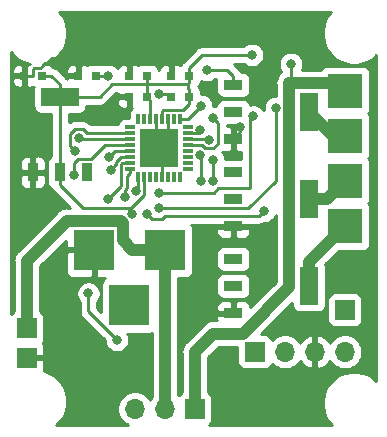
<source format=gbr>
G04 #@! TF.GenerationSoftware,KiCad,Pcbnew,(5.1.5)-3*
G04 #@! TF.CreationDate,2020-08-28T01:49:56-04:00*
G04 #@! TF.ProjectId,BikeLightComputer,42696b65-4c69-4676-9874-436f6d707574,rev?*
G04 #@! TF.SameCoordinates,Original*
G04 #@! TF.FileFunction,Copper,L1,Top*
G04 #@! TF.FilePolarity,Positive*
%FSLAX46Y46*%
G04 Gerber Fmt 4.6, Leading zero omitted, Abs format (unit mm)*
G04 Created by KiCad (PCBNEW (5.1.5)-3) date 2020-08-28 01:49:56*
%MOMM*%
%LPD*%
G04 APERTURE LIST*
%ADD10R,3.250000X3.250000*%
%ADD11R,0.850000X0.300000*%
%ADD12R,0.300000X0.850000*%
%ADD13R,1.600000X3.200000*%
%ADD14R,1.600000X0.950000*%
%ADD15R,0.800000X0.750000*%
%ADD16R,3.200000X1.600000*%
%ADD17R,0.950000X1.600000*%
%ADD18R,1.700000X1.700000*%
%ADD19O,1.700000X1.700000*%
%ADD20R,3.000000X3.000000*%
%ADD21R,3.500000X3.500000*%
%ADD22C,0.800000*%
%ADD23C,1.000000*%
%ADD24C,0.250000*%
%ADD25C,0.254000*%
G04 APERTURE END LIST*
D10*
X156972000Y-72136000D03*
D11*
X159422000Y-70386000D03*
X159422000Y-70886000D03*
X159422000Y-71386000D03*
X159422000Y-71886000D03*
X159422000Y-72386000D03*
X159422000Y-72886000D03*
X159422000Y-73386000D03*
X159422000Y-73886000D03*
D12*
X158722000Y-74586000D03*
X158222000Y-74586000D03*
X157722000Y-74586000D03*
X157222000Y-74586000D03*
X156722000Y-74586000D03*
X156222000Y-74586000D03*
X155722000Y-74586000D03*
X155222000Y-74586000D03*
D11*
X154522000Y-73886000D03*
X154522000Y-73386000D03*
X154522000Y-72886000D03*
X154522000Y-72386000D03*
X154522000Y-71886000D03*
X154522000Y-71386000D03*
X154522000Y-70886000D03*
X154522000Y-70386000D03*
D12*
X155222000Y-69686000D03*
X155722000Y-69686000D03*
X156222000Y-69686000D03*
X156722000Y-69686000D03*
X157222000Y-69686000D03*
X157722000Y-69686000D03*
X158222000Y-69686000D03*
X158722000Y-69686000D03*
D13*
X169672000Y-69088000D03*
D14*
X163272000Y-71388000D03*
X163272000Y-69088000D03*
X163272000Y-66788000D03*
X163272000Y-74154000D03*
X163272000Y-76454000D03*
X163272000Y-78754000D03*
D13*
X169672000Y-76454000D03*
X169672000Y-83820000D03*
D14*
X163272000Y-86120000D03*
X163272000Y-83820000D03*
X163272000Y-81520000D03*
D15*
X154444000Y-67818000D03*
X155944000Y-67818000D03*
X154444000Y-66040000D03*
X155944000Y-66040000D03*
X158000000Y-66040000D03*
X159500000Y-66040000D03*
X159488000Y-67818000D03*
X157988000Y-67818000D03*
X150138000Y-66040000D03*
X151638000Y-66040000D03*
X145566000Y-66040000D03*
X147066000Y-66040000D03*
D16*
X148590000Y-67818000D03*
D17*
X150890000Y-74218000D03*
X148590000Y-74218000D03*
X146290000Y-74218000D03*
D18*
X172720000Y-85852000D03*
X145796000Y-87376000D03*
X145796000Y-89916000D03*
D19*
X172720000Y-89408000D03*
X170180000Y-89408000D03*
X167640000Y-89408000D03*
D18*
X165100000Y-89408000D03*
D20*
X172720000Y-67310000D03*
X172720000Y-71120000D03*
X172720000Y-74930000D03*
X172720000Y-78740000D03*
D19*
X154940000Y-94234000D03*
X157480000Y-94234000D03*
D18*
X160020000Y-94234000D03*
D21*
X154480000Y-85472000D03*
X151480000Y-80772000D03*
X157480000Y-80772000D03*
D22*
X156972000Y-72136000D03*
X153416000Y-67818000D03*
X156210000Y-64516000D03*
X147537010Y-70694654D03*
X156972000Y-67564000D03*
X163830000Y-70358000D03*
X165608000Y-81534000D03*
X164845992Y-64262000D03*
X153416004Y-88392000D03*
X154717141Y-77693601D03*
X151007660Y-84450340D03*
X150876000Y-74168000D03*
X152654000Y-66040000D03*
X168148000Y-65024000D03*
X152708440Y-72903336D03*
X161036000Y-65532000D03*
X163322000Y-74168000D03*
X152889699Y-74019479D03*
X163311530Y-81544470D03*
X160528000Y-68580000D03*
X161544000Y-74930000D03*
X161226017Y-71447747D03*
X161571571Y-73184832D03*
X160528000Y-74930000D03*
X160447002Y-72755729D03*
X160442581Y-70608696D03*
X154124551Y-76269191D03*
X165872011Y-77470000D03*
X155956000Y-77724000D03*
X155017376Y-75760057D03*
X156972000Y-75946000D03*
X164965690Y-69466991D03*
X161543993Y-69596007D03*
X152654000Y-76454000D03*
X157010001Y-77254001D03*
X166882351Y-68749418D03*
X149814998Y-74422000D03*
X150190626Y-71288054D03*
X149860000Y-72390000D03*
D23*
X171704000Y-71120000D02*
X172720000Y-71120000D01*
X169672000Y-69088000D02*
X171704000Y-71120000D01*
X171196000Y-76454000D02*
X172720000Y-74930000D01*
X169672000Y-76454000D02*
X171196000Y-76454000D01*
X169672000Y-81788000D02*
X172720000Y-78740000D01*
X169672000Y-83820000D02*
X169672000Y-81788000D01*
X157480000Y-83522000D02*
X157480000Y-94234000D01*
X157480000Y-80772000D02*
X157480000Y-83522000D01*
X145796000Y-85526000D02*
X145796000Y-87376000D01*
X153790001Y-78321999D02*
X149169999Y-78321999D01*
X153930001Y-78461999D02*
X153790001Y-78321999D01*
X154730000Y-80772000D02*
X153930001Y-79972001D01*
X157480000Y-80772000D02*
X154730000Y-80772000D01*
X153930001Y-79972001D02*
X153930001Y-78461999D01*
X149169999Y-78321999D02*
X145796000Y-81695998D01*
X145796000Y-81695998D02*
X145796000Y-85526000D01*
D24*
X157722000Y-71386000D02*
X156972000Y-72136000D01*
X157722000Y-69686000D02*
X157722000Y-71386000D01*
X156722000Y-71886000D02*
X156722000Y-69686000D01*
X156972000Y-72136000D02*
X156722000Y-71886000D01*
X157222000Y-72386000D02*
X157222000Y-74586000D01*
X156972000Y-72136000D02*
X157222000Y-72386000D01*
X153416000Y-67818000D02*
X154444000Y-67818000D01*
X156609999Y-64116001D02*
X157334001Y-64116001D01*
X156210000Y-64516000D02*
X156609999Y-64116001D01*
X158000000Y-64782000D02*
X158000000Y-66040000D01*
X157334001Y-64116001D02*
X158000000Y-64782000D01*
X156210000Y-64516000D02*
X154686000Y-64516000D01*
X154444000Y-64758000D02*
X154444000Y-66040000D01*
X154686000Y-64516000D02*
X154444000Y-64758000D01*
X146290000Y-74218000D02*
X146290000Y-71941664D01*
X146290000Y-71941664D02*
X147537010Y-70694654D01*
X163287839Y-71403839D02*
X163287839Y-71916161D01*
X163272000Y-71388000D02*
X163287839Y-71403839D01*
X163576000Y-71084000D02*
X163272000Y-71388000D01*
X151037000Y-64516000D02*
X150138000Y-65415000D01*
X150138000Y-65415000D02*
X150138000Y-66040000D01*
X156210000Y-64516000D02*
X151037000Y-64516000D01*
X146405999Y-65339999D02*
X146304000Y-65441998D01*
X146896255Y-65339999D02*
X146405999Y-65339999D01*
X156210000Y-64516000D02*
X147915639Y-64516000D01*
X147915639Y-64516000D02*
X146896255Y-65339999D01*
X146304000Y-65441998D02*
X146304000Y-66040000D01*
X157734000Y-67564000D02*
X157988000Y-67818000D01*
X156972000Y-67564000D02*
X157734000Y-67564000D01*
X146304000Y-66040000D02*
X145566000Y-66040000D01*
X163830000Y-70830000D02*
X163272000Y-71388000D01*
X163830000Y-70358000D02*
X163830000Y-70830000D01*
X147862000Y-66040000D02*
X147716000Y-66040000D01*
X147716000Y-66040000D02*
X147066000Y-66040000D01*
X148590000Y-66768000D02*
X147862000Y-66040000D01*
X148590000Y-67818000D02*
X148590000Y-66768000D01*
X155944000Y-66665000D02*
X155944000Y-66040000D01*
X155868999Y-66740001D02*
X155944000Y-66665000D01*
X155944000Y-66040000D02*
X155944000Y-67818000D01*
X159500000Y-66665000D02*
X159500000Y-66040000D01*
X159424999Y-66740001D02*
X159500000Y-66665000D01*
X155868999Y-66740001D02*
X159424999Y-66740001D01*
X156222000Y-68096000D02*
X156222000Y-69686000D01*
X155944000Y-67818000D02*
X156222000Y-68096000D01*
X157297001Y-68935999D02*
X157222000Y-69011000D01*
X158995001Y-68935999D02*
X157297001Y-68935999D01*
X159488000Y-68443000D02*
X158995001Y-68935999D01*
X159488000Y-67818000D02*
X159488000Y-68443000D01*
X157222000Y-69011000D02*
X157222000Y-69686000D01*
X148590000Y-67818000D02*
X148590000Y-74218000D01*
X155742377Y-76108058D02*
X155742377Y-75281377D01*
X148590000Y-74218000D02*
X148590000Y-75268000D01*
X148590000Y-75268000D02*
X150538000Y-77216000D01*
X155722000Y-75261000D02*
X155722000Y-74586000D01*
X155742377Y-75281377D02*
X155722000Y-75261000D01*
X154634435Y-77216000D02*
X155742377Y-76108058D01*
X148590000Y-67818000D02*
X151949002Y-67818000D01*
X151949002Y-67818000D02*
X153027001Y-66740001D01*
X153027001Y-66740001D02*
X155868999Y-66740001D01*
X150538000Y-77216000D02*
X154432000Y-77216000D01*
X154432000Y-77216000D02*
X154634435Y-77216000D01*
X159424999Y-67129999D02*
X159488000Y-67193000D01*
X159424999Y-66740001D02*
X159424999Y-67129999D01*
X159488000Y-67193000D02*
X159488000Y-67818000D01*
X164280307Y-64262000D02*
X164845992Y-64262000D01*
X159500000Y-66040000D02*
X159500000Y-65415000D01*
X160653000Y-64262000D02*
X164280307Y-64262000D01*
X159500000Y-65415000D02*
X160653000Y-64262000D01*
X154432000Y-77408460D02*
X154717141Y-77693601D01*
X154432000Y-77216000D02*
X154432000Y-77408460D01*
X153416004Y-88392000D02*
X151007660Y-85983656D01*
X151007660Y-85983656D02*
X151007660Y-84450340D01*
X150890000Y-74218000D02*
X150890000Y-74182000D01*
X150890000Y-74182000D02*
X150876000Y-74168000D01*
X152654000Y-66040000D02*
X151638000Y-66040000D01*
D23*
X167982352Y-66636352D02*
X167982352Y-83944650D01*
X164069003Y-87857999D02*
X161570001Y-87857999D01*
X172046352Y-66636352D02*
X167982352Y-66636352D01*
X172720000Y-67310000D02*
X172046352Y-66636352D01*
X167982352Y-83944650D02*
X164069003Y-87857999D01*
X161570001Y-87857999D02*
X160020000Y-89408000D01*
X160020000Y-89408000D02*
X160020000Y-94234000D01*
D24*
X168148000Y-66470704D02*
X167982352Y-66636352D01*
X168148000Y-65024000D02*
X168148000Y-66470704D01*
X154522000Y-72386000D02*
X153225776Y-72386000D01*
X153225776Y-72386000D02*
X152708440Y-72903336D01*
X162741000Y-65532000D02*
X161601685Y-65532000D01*
X163272000Y-66063000D02*
X162741000Y-65532000D01*
X161601685Y-65532000D02*
X161036000Y-65532000D01*
X163272000Y-66788000D02*
X163272000Y-66063000D01*
X163272000Y-74154000D02*
X163308000Y-74154000D01*
X163308000Y-74154000D02*
X163322000Y-74168000D01*
X153725587Y-72886000D02*
X153321988Y-73289599D01*
X153321988Y-73289599D02*
X153321988Y-73587190D01*
X153289698Y-73619480D02*
X152889699Y-74019479D01*
X154522000Y-72886000D02*
X153725587Y-72886000D01*
X153321988Y-73587190D02*
X153289698Y-73619480D01*
X163272000Y-81520000D02*
X163287060Y-81520000D01*
X163287060Y-81520000D02*
X163311530Y-81544470D01*
X158722000Y-69686000D02*
X159422000Y-69686000D01*
X159422000Y-69686000D02*
X160528000Y-68580000D01*
X161164270Y-71386000D02*
X161226017Y-71447747D01*
X161544000Y-73212403D02*
X161571571Y-73184832D01*
X161544000Y-74930000D02*
X161544000Y-73212403D01*
X159422000Y-71386000D02*
X161164270Y-71386000D01*
X160165277Y-70886000D02*
X160442581Y-70608696D01*
X160528000Y-74930000D02*
X160528000Y-72836727D01*
X160528000Y-72836727D02*
X160447002Y-72755729D01*
X159422000Y-70886000D02*
X160165277Y-70886000D01*
X154271988Y-74536012D02*
X154271988Y-75556069D01*
X154522000Y-74286000D02*
X154271988Y-74536012D01*
X154271988Y-75556069D02*
X154124551Y-75703506D01*
X154124551Y-75703506D02*
X154124551Y-76269191D01*
X154522000Y-73886000D02*
X154522000Y-74286000D01*
X157467005Y-77869999D02*
X157213005Y-78123999D01*
X156355999Y-78123999D02*
X155956000Y-77724000D01*
X165472012Y-77869999D02*
X157467005Y-77869999D01*
X157213005Y-78123999D02*
X156355999Y-78123999D01*
X165872011Y-77470000D02*
X165472012Y-77869999D01*
X155222000Y-74586000D02*
X155222000Y-75555433D01*
X155222000Y-75555433D02*
X155017376Y-75760057D01*
X162001003Y-75546001D02*
X164649989Y-75546001D01*
X164649989Y-75546001D02*
X164649989Y-69782692D01*
X161601004Y-75946000D02*
X162001003Y-75546001D01*
X164649989Y-69782692D02*
X164965690Y-69466991D01*
X156972000Y-75946000D02*
X161601004Y-75946000D01*
X161951018Y-71795748D02*
X161951018Y-70003032D01*
X161943992Y-69996006D02*
X161543993Y-69596007D01*
X159422000Y-71886000D02*
X160591268Y-71886000D01*
X161951018Y-70003032D02*
X161943992Y-69996006D01*
X161574018Y-72172748D02*
X161951018Y-71795748D01*
X160878016Y-72172748D02*
X161574018Y-72172748D01*
X160591268Y-71886000D02*
X160878016Y-72172748D01*
X153771999Y-75336001D02*
X153053999Y-76054001D01*
X153861998Y-73386000D02*
X153771999Y-73475999D01*
X154522000Y-73386000D02*
X153861998Y-73386000D01*
X153771999Y-73475999D02*
X153771999Y-75336001D01*
X153053999Y-76054001D02*
X152654000Y-76454000D01*
X164553999Y-77254001D02*
X166882351Y-74925649D01*
X166882351Y-74925649D02*
X166882351Y-69315103D01*
X166882351Y-69315103D02*
X166882351Y-68749418D01*
X157010001Y-77254001D02*
X164553999Y-77254001D01*
X150154999Y-73092999D02*
X151189001Y-73092999D01*
X149814998Y-74422000D02*
X149814998Y-73433000D01*
X149814998Y-73433000D02*
X150154999Y-73092999D01*
X152396000Y-71886000D02*
X154522000Y-71886000D01*
X151189001Y-73092999D02*
X152396000Y-71886000D01*
X150288572Y-71386000D02*
X150190626Y-71288054D01*
X154522000Y-71386000D02*
X150288572Y-71386000D01*
X150538627Y-70563053D02*
X149842625Y-70563053D01*
X149842625Y-70563053D02*
X149460001Y-70945677D01*
X150861574Y-70886000D02*
X150538627Y-70563053D01*
X149460001Y-70945677D02*
X149460001Y-71990001D01*
X154522000Y-70886000D02*
X150861574Y-70886000D01*
X149460001Y-71990001D02*
X149860000Y-72390000D01*
D25*
G36*
X171422852Y-60745904D02*
G01*
X171132735Y-61180095D01*
X170932899Y-61662542D01*
X170831024Y-62174705D01*
X170831024Y-62696901D01*
X170932899Y-63209064D01*
X171132735Y-63691511D01*
X171422852Y-64125702D01*
X171792101Y-64494951D01*
X172226292Y-64785068D01*
X172708739Y-64984904D01*
X173220902Y-65086779D01*
X173743098Y-65086779D01*
X174255261Y-64984904D01*
X174737708Y-64785068D01*
X175171899Y-64494951D01*
X175362000Y-64304850D01*
X175362001Y-91856954D01*
X175171899Y-91666852D01*
X174737708Y-91376735D01*
X174255261Y-91176899D01*
X173743098Y-91075024D01*
X173220902Y-91075024D01*
X172708739Y-91176899D01*
X172226292Y-91376735D01*
X171792101Y-91666852D01*
X171422852Y-92036101D01*
X171132735Y-92470292D01*
X170932899Y-92952739D01*
X170831024Y-93464902D01*
X170831024Y-93987098D01*
X170932899Y-94499261D01*
X171132735Y-94981708D01*
X171422852Y-95415899D01*
X171612953Y-95606000D01*
X161234896Y-95606000D01*
X161321185Y-95535185D01*
X161400537Y-95438494D01*
X161459502Y-95328180D01*
X161495812Y-95208482D01*
X161508072Y-95084000D01*
X161508072Y-93384000D01*
X161495812Y-93259518D01*
X161459502Y-93139820D01*
X161400537Y-93029506D01*
X161321185Y-92932815D01*
X161224494Y-92853463D01*
X161155000Y-92816317D01*
X161155000Y-89878131D01*
X162040133Y-88992999D01*
X163611928Y-88992999D01*
X163611928Y-90258000D01*
X163624188Y-90382482D01*
X163660498Y-90502180D01*
X163719463Y-90612494D01*
X163798815Y-90709185D01*
X163895506Y-90788537D01*
X164005820Y-90847502D01*
X164125518Y-90883812D01*
X164250000Y-90896072D01*
X165950000Y-90896072D01*
X166074482Y-90883812D01*
X166194180Y-90847502D01*
X166304494Y-90788537D01*
X166401185Y-90709185D01*
X166480537Y-90612494D01*
X166539502Y-90502180D01*
X166561513Y-90429620D01*
X166693368Y-90561475D01*
X166936589Y-90723990D01*
X167206842Y-90835932D01*
X167493740Y-90893000D01*
X167786260Y-90893000D01*
X168073158Y-90835932D01*
X168343411Y-90723990D01*
X168586632Y-90561475D01*
X168793475Y-90354632D01*
X168915195Y-90172466D01*
X168984822Y-90289355D01*
X169179731Y-90505588D01*
X169413080Y-90679641D01*
X169675901Y-90804825D01*
X169823110Y-90849476D01*
X170053000Y-90728155D01*
X170053000Y-89535000D01*
X170033000Y-89535000D01*
X170033000Y-89281000D01*
X170053000Y-89281000D01*
X170053000Y-88087845D01*
X170307000Y-88087845D01*
X170307000Y-89281000D01*
X170327000Y-89281000D01*
X170327000Y-89535000D01*
X170307000Y-89535000D01*
X170307000Y-90728155D01*
X170536890Y-90849476D01*
X170684099Y-90804825D01*
X170946920Y-90679641D01*
X171180269Y-90505588D01*
X171375178Y-90289355D01*
X171444805Y-90172466D01*
X171566525Y-90354632D01*
X171773368Y-90561475D01*
X172016589Y-90723990D01*
X172286842Y-90835932D01*
X172573740Y-90893000D01*
X172866260Y-90893000D01*
X173153158Y-90835932D01*
X173423411Y-90723990D01*
X173666632Y-90561475D01*
X173873475Y-90354632D01*
X174035990Y-90111411D01*
X174147932Y-89841158D01*
X174205000Y-89554260D01*
X174205000Y-89261740D01*
X174147932Y-88974842D01*
X174035990Y-88704589D01*
X173873475Y-88461368D01*
X173666632Y-88254525D01*
X173423411Y-88092010D01*
X173153158Y-87980068D01*
X172866260Y-87923000D01*
X172573740Y-87923000D01*
X172286842Y-87980068D01*
X172016589Y-88092010D01*
X171773368Y-88254525D01*
X171566525Y-88461368D01*
X171444805Y-88643534D01*
X171375178Y-88526645D01*
X171180269Y-88310412D01*
X170946920Y-88136359D01*
X170684099Y-88011175D01*
X170536890Y-87966524D01*
X170307000Y-88087845D01*
X170053000Y-88087845D01*
X169823110Y-87966524D01*
X169675901Y-88011175D01*
X169413080Y-88136359D01*
X169179731Y-88310412D01*
X168984822Y-88526645D01*
X168915195Y-88643534D01*
X168793475Y-88461368D01*
X168586632Y-88254525D01*
X168343411Y-88092010D01*
X168073158Y-87980068D01*
X167786260Y-87923000D01*
X167493740Y-87923000D01*
X167206842Y-87980068D01*
X166936589Y-88092010D01*
X166693368Y-88254525D01*
X166561513Y-88386380D01*
X166539502Y-88313820D01*
X166480537Y-88203506D01*
X166401185Y-88106815D01*
X166304494Y-88027463D01*
X166194180Y-87968498D01*
X166074482Y-87932188D01*
X165950000Y-87919928D01*
X165612205Y-87919928D01*
X168233928Y-85298206D01*
X168233928Y-85420000D01*
X168246188Y-85544482D01*
X168282498Y-85664180D01*
X168341463Y-85774494D01*
X168420815Y-85871185D01*
X168517506Y-85950537D01*
X168627820Y-86009502D01*
X168747518Y-86045812D01*
X168872000Y-86058072D01*
X170472000Y-86058072D01*
X170596482Y-86045812D01*
X170716180Y-86009502D01*
X170826494Y-85950537D01*
X170923185Y-85871185D01*
X171002537Y-85774494D01*
X171061502Y-85664180D01*
X171097812Y-85544482D01*
X171110072Y-85420000D01*
X171110072Y-85002000D01*
X171231928Y-85002000D01*
X171231928Y-86702000D01*
X171244188Y-86826482D01*
X171280498Y-86946180D01*
X171339463Y-87056494D01*
X171418815Y-87153185D01*
X171515506Y-87232537D01*
X171625820Y-87291502D01*
X171745518Y-87327812D01*
X171870000Y-87340072D01*
X173570000Y-87340072D01*
X173694482Y-87327812D01*
X173814180Y-87291502D01*
X173924494Y-87232537D01*
X174021185Y-87153185D01*
X174100537Y-87056494D01*
X174159502Y-86946180D01*
X174195812Y-86826482D01*
X174208072Y-86702000D01*
X174208072Y-85002000D01*
X174195812Y-84877518D01*
X174159502Y-84757820D01*
X174100537Y-84647506D01*
X174021185Y-84550815D01*
X173924494Y-84471463D01*
X173814180Y-84412498D01*
X173694482Y-84376188D01*
X173570000Y-84363928D01*
X171870000Y-84363928D01*
X171745518Y-84376188D01*
X171625820Y-84412498D01*
X171515506Y-84471463D01*
X171418815Y-84550815D01*
X171339463Y-84647506D01*
X171280498Y-84757820D01*
X171244188Y-84877518D01*
X171231928Y-85002000D01*
X171110072Y-85002000D01*
X171110072Y-82220000D01*
X171097812Y-82095518D01*
X171067974Y-81997157D01*
X172187060Y-80878072D01*
X174220000Y-80878072D01*
X174344482Y-80865812D01*
X174464180Y-80829502D01*
X174574494Y-80770537D01*
X174671185Y-80691185D01*
X174750537Y-80594494D01*
X174809502Y-80484180D01*
X174845812Y-80364482D01*
X174858072Y-80240000D01*
X174858072Y-77240000D01*
X174845812Y-77115518D01*
X174809502Y-76995820D01*
X174750537Y-76885506D01*
X174709088Y-76835000D01*
X174750537Y-76784494D01*
X174809502Y-76674180D01*
X174845812Y-76554482D01*
X174858072Y-76430000D01*
X174858072Y-73430000D01*
X174845812Y-73305518D01*
X174809502Y-73185820D01*
X174750537Y-73075506D01*
X174709088Y-73025000D01*
X174750537Y-72974494D01*
X174809502Y-72864180D01*
X174845812Y-72744482D01*
X174858072Y-72620000D01*
X174858072Y-69620000D01*
X174845812Y-69495518D01*
X174809502Y-69375820D01*
X174750537Y-69265506D01*
X174709088Y-69215000D01*
X174750537Y-69164494D01*
X174809502Y-69054180D01*
X174845812Y-68934482D01*
X174858072Y-68810000D01*
X174858072Y-65810000D01*
X174845812Y-65685518D01*
X174809502Y-65565820D01*
X174750537Y-65455506D01*
X174671185Y-65358815D01*
X174574494Y-65279463D01*
X174464180Y-65220498D01*
X174344482Y-65184188D01*
X174220000Y-65171928D01*
X171220000Y-65171928D01*
X171095518Y-65184188D01*
X170975820Y-65220498D01*
X170865506Y-65279463D01*
X170768815Y-65358815D01*
X170689463Y-65455506D01*
X170664957Y-65501352D01*
X169070550Y-65501352D01*
X169143226Y-65325898D01*
X169183000Y-65125939D01*
X169183000Y-64922061D01*
X169143226Y-64722102D01*
X169065205Y-64533744D01*
X168951937Y-64364226D01*
X168807774Y-64220063D01*
X168638256Y-64106795D01*
X168449898Y-64028774D01*
X168249939Y-63989000D01*
X168046061Y-63989000D01*
X167846102Y-64028774D01*
X167657744Y-64106795D01*
X167488226Y-64220063D01*
X167344063Y-64364226D01*
X167230795Y-64533744D01*
X167152774Y-64722102D01*
X167113000Y-64922061D01*
X167113000Y-65125939D01*
X167152774Y-65325898D01*
X167230795Y-65514256D01*
X167344063Y-65683774D01*
X167348525Y-65688236D01*
X167175903Y-65829903D01*
X167034068Y-66002729D01*
X166928676Y-66199905D01*
X166863775Y-66413853D01*
X166841861Y-66636352D01*
X166847352Y-66692104D01*
X166847352Y-67714418D01*
X166780412Y-67714418D01*
X166580453Y-67754192D01*
X166392095Y-67832213D01*
X166222577Y-67945481D01*
X166078414Y-68089644D01*
X165965146Y-68259162D01*
X165887125Y-68447520D01*
X165847351Y-68647479D01*
X165847351Y-68851357D01*
X165867795Y-68954136D01*
X165769627Y-68807217D01*
X165625464Y-68663054D01*
X165455946Y-68549786D01*
X165267588Y-68471765D01*
X165067629Y-68431991D01*
X164863751Y-68431991D01*
X164691083Y-68466336D01*
X164661502Y-68368820D01*
X164602537Y-68258506D01*
X164523185Y-68161815D01*
X164426494Y-68082463D01*
X164316180Y-68023498D01*
X164196482Y-67987188D01*
X164072000Y-67974928D01*
X162472000Y-67974928D01*
X162347518Y-67987188D01*
X162227820Y-68023498D01*
X162117506Y-68082463D01*
X162020815Y-68161815D01*
X161941463Y-68258506D01*
X161882498Y-68368820D01*
X161846188Y-68488518D01*
X161835338Y-68598682D01*
X161645932Y-68561007D01*
X161563000Y-68561007D01*
X161563000Y-68478061D01*
X161523226Y-68278102D01*
X161445205Y-68089744D01*
X161331937Y-67920226D01*
X161187774Y-67776063D01*
X161018256Y-67662795D01*
X160829898Y-67584774D01*
X160629939Y-67545000D01*
X160526072Y-67545000D01*
X160526072Y-67443000D01*
X160513812Y-67318518D01*
X160477502Y-67198820D01*
X160418537Y-67088506D01*
X160339185Y-66991815D01*
X160268644Y-66933924D01*
X160351185Y-66866185D01*
X160430537Y-66769494D01*
X160489502Y-66659180D01*
X160525812Y-66539482D01*
X160535385Y-66442283D01*
X160545744Y-66449205D01*
X160734102Y-66527226D01*
X160934061Y-66567000D01*
X161137939Y-66567000D01*
X161337898Y-66527226D01*
X161526256Y-66449205D01*
X161695774Y-66335937D01*
X161739711Y-66292000D01*
X161835996Y-66292000D01*
X161833928Y-66313000D01*
X161833928Y-67263000D01*
X161846188Y-67387482D01*
X161882498Y-67507180D01*
X161941463Y-67617494D01*
X162020815Y-67714185D01*
X162117506Y-67793537D01*
X162227820Y-67852502D01*
X162347518Y-67888812D01*
X162472000Y-67901072D01*
X164072000Y-67901072D01*
X164196482Y-67888812D01*
X164316180Y-67852502D01*
X164426494Y-67793537D01*
X164523185Y-67714185D01*
X164602537Y-67617494D01*
X164661502Y-67507180D01*
X164697812Y-67387482D01*
X164710072Y-67263000D01*
X164710072Y-66313000D01*
X164697812Y-66188518D01*
X164661502Y-66068820D01*
X164602537Y-65958506D01*
X164523185Y-65861815D01*
X164426494Y-65782463D01*
X164316180Y-65723498D01*
X164196482Y-65687188D01*
X164072000Y-65674928D01*
X163926326Y-65674928D01*
X163906974Y-65638724D01*
X163860977Y-65582676D01*
X163835799Y-65551996D01*
X163835795Y-65551992D01*
X163812001Y-65522999D01*
X163783007Y-65499205D01*
X163305801Y-65022000D01*
X164142281Y-65022000D01*
X164186218Y-65065937D01*
X164355736Y-65179205D01*
X164544094Y-65257226D01*
X164744053Y-65297000D01*
X164947931Y-65297000D01*
X165147890Y-65257226D01*
X165336248Y-65179205D01*
X165505766Y-65065937D01*
X165649929Y-64921774D01*
X165763197Y-64752256D01*
X165841218Y-64563898D01*
X165880992Y-64363939D01*
X165880992Y-64160061D01*
X165841218Y-63960102D01*
X165763197Y-63771744D01*
X165649929Y-63602226D01*
X165505766Y-63458063D01*
X165336248Y-63344795D01*
X165147890Y-63266774D01*
X164947931Y-63227000D01*
X164744053Y-63227000D01*
X164544094Y-63266774D01*
X164355736Y-63344795D01*
X164186218Y-63458063D01*
X164142281Y-63502000D01*
X160690322Y-63502000D01*
X160652999Y-63498324D01*
X160615676Y-63502000D01*
X160615667Y-63502000D01*
X160504014Y-63512997D01*
X160360753Y-63556454D01*
X160228724Y-63627026D01*
X160112999Y-63721999D01*
X160089201Y-63750997D01*
X158988998Y-64851201D01*
X158960000Y-64874999D01*
X158936202Y-64903997D01*
X158936201Y-64903998D01*
X158865026Y-64990724D01*
X158824824Y-65065937D01*
X158805270Y-65102518D01*
X158750000Y-65132061D01*
X158644180Y-65075498D01*
X158524482Y-65039188D01*
X158400000Y-65026928D01*
X158285750Y-65030000D01*
X158127000Y-65188750D01*
X158127000Y-65913000D01*
X158147000Y-65913000D01*
X158147000Y-65980001D01*
X157853000Y-65980001D01*
X157853000Y-65913000D01*
X157873000Y-65913000D01*
X157873000Y-65188750D01*
X157714250Y-65030000D01*
X157600000Y-65026928D01*
X157475518Y-65039188D01*
X157355820Y-65075498D01*
X157245506Y-65134463D01*
X157148815Y-65213815D01*
X157069463Y-65310506D01*
X157010498Y-65420820D01*
X156974188Y-65540518D01*
X156972000Y-65562734D01*
X156969812Y-65540518D01*
X156933502Y-65420820D01*
X156874537Y-65310506D01*
X156795185Y-65213815D01*
X156698494Y-65134463D01*
X156588180Y-65075498D01*
X156468482Y-65039188D01*
X156344000Y-65026928D01*
X155544000Y-65026928D01*
X155419518Y-65039188D01*
X155299820Y-65075498D01*
X155194000Y-65132061D01*
X155088180Y-65075498D01*
X154968482Y-65039188D01*
X154844000Y-65026928D01*
X154729750Y-65030000D01*
X154571000Y-65188750D01*
X154571000Y-65913000D01*
X154591000Y-65913000D01*
X154591000Y-65980001D01*
X154297000Y-65980001D01*
X154297000Y-65913000D01*
X154317000Y-65913000D01*
X154317000Y-65188750D01*
X154158250Y-65030000D01*
X154044000Y-65026928D01*
X153919518Y-65039188D01*
X153799820Y-65075498D01*
X153689506Y-65134463D01*
X153592815Y-65213815D01*
X153513463Y-65310506D01*
X153468081Y-65395408D01*
X153457937Y-65380226D01*
X153313774Y-65236063D01*
X153144256Y-65122795D01*
X152955898Y-65044774D01*
X152755939Y-65005000D01*
X152552061Y-65005000D01*
X152352102Y-65044774D01*
X152279726Y-65074753D01*
X152162482Y-65039188D01*
X152038000Y-65026928D01*
X151238000Y-65026928D01*
X151113518Y-65039188D01*
X150993820Y-65075498D01*
X150888000Y-65132061D01*
X150782180Y-65075498D01*
X150662482Y-65039188D01*
X150538000Y-65026928D01*
X150423750Y-65030000D01*
X150265000Y-65188750D01*
X150265000Y-65913000D01*
X150285000Y-65913000D01*
X150285000Y-66167000D01*
X150265000Y-66167000D01*
X150265000Y-66187000D01*
X150011000Y-66187000D01*
X150011000Y-66167000D01*
X149261750Y-66167000D01*
X149161892Y-66266858D01*
X149153799Y-66256996D01*
X149153795Y-66256992D01*
X149130001Y-66227999D01*
X149101008Y-66204205D01*
X148561802Y-65665000D01*
X149099928Y-65665000D01*
X149103000Y-65754250D01*
X149261750Y-65913000D01*
X150011000Y-65913000D01*
X150011000Y-65188750D01*
X149852250Y-65030000D01*
X149738000Y-65026928D01*
X149613518Y-65039188D01*
X149493820Y-65075498D01*
X149383506Y-65134463D01*
X149286815Y-65213815D01*
X149207463Y-65310506D01*
X149148498Y-65420820D01*
X149112188Y-65540518D01*
X149099928Y-65665000D01*
X148561802Y-65665000D01*
X148425803Y-65529002D01*
X148402001Y-65499999D01*
X148286276Y-65405026D01*
X148154247Y-65334454D01*
X148010986Y-65290997D01*
X147977848Y-65287733D01*
X147917185Y-65213815D01*
X147820494Y-65134463D01*
X147710180Y-65075498D01*
X147590482Y-65039188D01*
X147466000Y-65026928D01*
X147119991Y-65026928D01*
X147331261Y-64984904D01*
X147813708Y-64785068D01*
X148247899Y-64494951D01*
X148617148Y-64125702D01*
X148907265Y-63691511D01*
X149107101Y-63209064D01*
X149208976Y-62696901D01*
X149208976Y-62174705D01*
X149107101Y-61662542D01*
X148907265Y-61180095D01*
X148617148Y-60745904D01*
X148475244Y-60604000D01*
X171564756Y-60604000D01*
X171422852Y-60745904D01*
G37*
X171422852Y-60745904D02*
X171132735Y-61180095D01*
X170932899Y-61662542D01*
X170831024Y-62174705D01*
X170831024Y-62696901D01*
X170932899Y-63209064D01*
X171132735Y-63691511D01*
X171422852Y-64125702D01*
X171792101Y-64494951D01*
X172226292Y-64785068D01*
X172708739Y-64984904D01*
X173220902Y-65086779D01*
X173743098Y-65086779D01*
X174255261Y-64984904D01*
X174737708Y-64785068D01*
X175171899Y-64494951D01*
X175362000Y-64304850D01*
X175362001Y-91856954D01*
X175171899Y-91666852D01*
X174737708Y-91376735D01*
X174255261Y-91176899D01*
X173743098Y-91075024D01*
X173220902Y-91075024D01*
X172708739Y-91176899D01*
X172226292Y-91376735D01*
X171792101Y-91666852D01*
X171422852Y-92036101D01*
X171132735Y-92470292D01*
X170932899Y-92952739D01*
X170831024Y-93464902D01*
X170831024Y-93987098D01*
X170932899Y-94499261D01*
X171132735Y-94981708D01*
X171422852Y-95415899D01*
X171612953Y-95606000D01*
X161234896Y-95606000D01*
X161321185Y-95535185D01*
X161400537Y-95438494D01*
X161459502Y-95328180D01*
X161495812Y-95208482D01*
X161508072Y-95084000D01*
X161508072Y-93384000D01*
X161495812Y-93259518D01*
X161459502Y-93139820D01*
X161400537Y-93029506D01*
X161321185Y-92932815D01*
X161224494Y-92853463D01*
X161155000Y-92816317D01*
X161155000Y-89878131D01*
X162040133Y-88992999D01*
X163611928Y-88992999D01*
X163611928Y-90258000D01*
X163624188Y-90382482D01*
X163660498Y-90502180D01*
X163719463Y-90612494D01*
X163798815Y-90709185D01*
X163895506Y-90788537D01*
X164005820Y-90847502D01*
X164125518Y-90883812D01*
X164250000Y-90896072D01*
X165950000Y-90896072D01*
X166074482Y-90883812D01*
X166194180Y-90847502D01*
X166304494Y-90788537D01*
X166401185Y-90709185D01*
X166480537Y-90612494D01*
X166539502Y-90502180D01*
X166561513Y-90429620D01*
X166693368Y-90561475D01*
X166936589Y-90723990D01*
X167206842Y-90835932D01*
X167493740Y-90893000D01*
X167786260Y-90893000D01*
X168073158Y-90835932D01*
X168343411Y-90723990D01*
X168586632Y-90561475D01*
X168793475Y-90354632D01*
X168915195Y-90172466D01*
X168984822Y-90289355D01*
X169179731Y-90505588D01*
X169413080Y-90679641D01*
X169675901Y-90804825D01*
X169823110Y-90849476D01*
X170053000Y-90728155D01*
X170053000Y-89535000D01*
X170033000Y-89535000D01*
X170033000Y-89281000D01*
X170053000Y-89281000D01*
X170053000Y-88087845D01*
X170307000Y-88087845D01*
X170307000Y-89281000D01*
X170327000Y-89281000D01*
X170327000Y-89535000D01*
X170307000Y-89535000D01*
X170307000Y-90728155D01*
X170536890Y-90849476D01*
X170684099Y-90804825D01*
X170946920Y-90679641D01*
X171180269Y-90505588D01*
X171375178Y-90289355D01*
X171444805Y-90172466D01*
X171566525Y-90354632D01*
X171773368Y-90561475D01*
X172016589Y-90723990D01*
X172286842Y-90835932D01*
X172573740Y-90893000D01*
X172866260Y-90893000D01*
X173153158Y-90835932D01*
X173423411Y-90723990D01*
X173666632Y-90561475D01*
X173873475Y-90354632D01*
X174035990Y-90111411D01*
X174147932Y-89841158D01*
X174205000Y-89554260D01*
X174205000Y-89261740D01*
X174147932Y-88974842D01*
X174035990Y-88704589D01*
X173873475Y-88461368D01*
X173666632Y-88254525D01*
X173423411Y-88092010D01*
X173153158Y-87980068D01*
X172866260Y-87923000D01*
X172573740Y-87923000D01*
X172286842Y-87980068D01*
X172016589Y-88092010D01*
X171773368Y-88254525D01*
X171566525Y-88461368D01*
X171444805Y-88643534D01*
X171375178Y-88526645D01*
X171180269Y-88310412D01*
X170946920Y-88136359D01*
X170684099Y-88011175D01*
X170536890Y-87966524D01*
X170307000Y-88087845D01*
X170053000Y-88087845D01*
X169823110Y-87966524D01*
X169675901Y-88011175D01*
X169413080Y-88136359D01*
X169179731Y-88310412D01*
X168984822Y-88526645D01*
X168915195Y-88643534D01*
X168793475Y-88461368D01*
X168586632Y-88254525D01*
X168343411Y-88092010D01*
X168073158Y-87980068D01*
X167786260Y-87923000D01*
X167493740Y-87923000D01*
X167206842Y-87980068D01*
X166936589Y-88092010D01*
X166693368Y-88254525D01*
X166561513Y-88386380D01*
X166539502Y-88313820D01*
X166480537Y-88203506D01*
X166401185Y-88106815D01*
X166304494Y-88027463D01*
X166194180Y-87968498D01*
X166074482Y-87932188D01*
X165950000Y-87919928D01*
X165612205Y-87919928D01*
X168233928Y-85298206D01*
X168233928Y-85420000D01*
X168246188Y-85544482D01*
X168282498Y-85664180D01*
X168341463Y-85774494D01*
X168420815Y-85871185D01*
X168517506Y-85950537D01*
X168627820Y-86009502D01*
X168747518Y-86045812D01*
X168872000Y-86058072D01*
X170472000Y-86058072D01*
X170596482Y-86045812D01*
X170716180Y-86009502D01*
X170826494Y-85950537D01*
X170923185Y-85871185D01*
X171002537Y-85774494D01*
X171061502Y-85664180D01*
X171097812Y-85544482D01*
X171110072Y-85420000D01*
X171110072Y-85002000D01*
X171231928Y-85002000D01*
X171231928Y-86702000D01*
X171244188Y-86826482D01*
X171280498Y-86946180D01*
X171339463Y-87056494D01*
X171418815Y-87153185D01*
X171515506Y-87232537D01*
X171625820Y-87291502D01*
X171745518Y-87327812D01*
X171870000Y-87340072D01*
X173570000Y-87340072D01*
X173694482Y-87327812D01*
X173814180Y-87291502D01*
X173924494Y-87232537D01*
X174021185Y-87153185D01*
X174100537Y-87056494D01*
X174159502Y-86946180D01*
X174195812Y-86826482D01*
X174208072Y-86702000D01*
X174208072Y-85002000D01*
X174195812Y-84877518D01*
X174159502Y-84757820D01*
X174100537Y-84647506D01*
X174021185Y-84550815D01*
X173924494Y-84471463D01*
X173814180Y-84412498D01*
X173694482Y-84376188D01*
X173570000Y-84363928D01*
X171870000Y-84363928D01*
X171745518Y-84376188D01*
X171625820Y-84412498D01*
X171515506Y-84471463D01*
X171418815Y-84550815D01*
X171339463Y-84647506D01*
X171280498Y-84757820D01*
X171244188Y-84877518D01*
X171231928Y-85002000D01*
X171110072Y-85002000D01*
X171110072Y-82220000D01*
X171097812Y-82095518D01*
X171067974Y-81997157D01*
X172187060Y-80878072D01*
X174220000Y-80878072D01*
X174344482Y-80865812D01*
X174464180Y-80829502D01*
X174574494Y-80770537D01*
X174671185Y-80691185D01*
X174750537Y-80594494D01*
X174809502Y-80484180D01*
X174845812Y-80364482D01*
X174858072Y-80240000D01*
X174858072Y-77240000D01*
X174845812Y-77115518D01*
X174809502Y-76995820D01*
X174750537Y-76885506D01*
X174709088Y-76835000D01*
X174750537Y-76784494D01*
X174809502Y-76674180D01*
X174845812Y-76554482D01*
X174858072Y-76430000D01*
X174858072Y-73430000D01*
X174845812Y-73305518D01*
X174809502Y-73185820D01*
X174750537Y-73075506D01*
X174709088Y-73025000D01*
X174750537Y-72974494D01*
X174809502Y-72864180D01*
X174845812Y-72744482D01*
X174858072Y-72620000D01*
X174858072Y-69620000D01*
X174845812Y-69495518D01*
X174809502Y-69375820D01*
X174750537Y-69265506D01*
X174709088Y-69215000D01*
X174750537Y-69164494D01*
X174809502Y-69054180D01*
X174845812Y-68934482D01*
X174858072Y-68810000D01*
X174858072Y-65810000D01*
X174845812Y-65685518D01*
X174809502Y-65565820D01*
X174750537Y-65455506D01*
X174671185Y-65358815D01*
X174574494Y-65279463D01*
X174464180Y-65220498D01*
X174344482Y-65184188D01*
X174220000Y-65171928D01*
X171220000Y-65171928D01*
X171095518Y-65184188D01*
X170975820Y-65220498D01*
X170865506Y-65279463D01*
X170768815Y-65358815D01*
X170689463Y-65455506D01*
X170664957Y-65501352D01*
X169070550Y-65501352D01*
X169143226Y-65325898D01*
X169183000Y-65125939D01*
X169183000Y-64922061D01*
X169143226Y-64722102D01*
X169065205Y-64533744D01*
X168951937Y-64364226D01*
X168807774Y-64220063D01*
X168638256Y-64106795D01*
X168449898Y-64028774D01*
X168249939Y-63989000D01*
X168046061Y-63989000D01*
X167846102Y-64028774D01*
X167657744Y-64106795D01*
X167488226Y-64220063D01*
X167344063Y-64364226D01*
X167230795Y-64533744D01*
X167152774Y-64722102D01*
X167113000Y-64922061D01*
X167113000Y-65125939D01*
X167152774Y-65325898D01*
X167230795Y-65514256D01*
X167344063Y-65683774D01*
X167348525Y-65688236D01*
X167175903Y-65829903D01*
X167034068Y-66002729D01*
X166928676Y-66199905D01*
X166863775Y-66413853D01*
X166841861Y-66636352D01*
X166847352Y-66692104D01*
X166847352Y-67714418D01*
X166780412Y-67714418D01*
X166580453Y-67754192D01*
X166392095Y-67832213D01*
X166222577Y-67945481D01*
X166078414Y-68089644D01*
X165965146Y-68259162D01*
X165887125Y-68447520D01*
X165847351Y-68647479D01*
X165847351Y-68851357D01*
X165867795Y-68954136D01*
X165769627Y-68807217D01*
X165625464Y-68663054D01*
X165455946Y-68549786D01*
X165267588Y-68471765D01*
X165067629Y-68431991D01*
X164863751Y-68431991D01*
X164691083Y-68466336D01*
X164661502Y-68368820D01*
X164602537Y-68258506D01*
X164523185Y-68161815D01*
X164426494Y-68082463D01*
X164316180Y-68023498D01*
X164196482Y-67987188D01*
X164072000Y-67974928D01*
X162472000Y-67974928D01*
X162347518Y-67987188D01*
X162227820Y-68023498D01*
X162117506Y-68082463D01*
X162020815Y-68161815D01*
X161941463Y-68258506D01*
X161882498Y-68368820D01*
X161846188Y-68488518D01*
X161835338Y-68598682D01*
X161645932Y-68561007D01*
X161563000Y-68561007D01*
X161563000Y-68478061D01*
X161523226Y-68278102D01*
X161445205Y-68089744D01*
X161331937Y-67920226D01*
X161187774Y-67776063D01*
X161018256Y-67662795D01*
X160829898Y-67584774D01*
X160629939Y-67545000D01*
X160526072Y-67545000D01*
X160526072Y-67443000D01*
X160513812Y-67318518D01*
X160477502Y-67198820D01*
X160418537Y-67088506D01*
X160339185Y-66991815D01*
X160268644Y-66933924D01*
X160351185Y-66866185D01*
X160430537Y-66769494D01*
X160489502Y-66659180D01*
X160525812Y-66539482D01*
X160535385Y-66442283D01*
X160545744Y-66449205D01*
X160734102Y-66527226D01*
X160934061Y-66567000D01*
X161137939Y-66567000D01*
X161337898Y-66527226D01*
X161526256Y-66449205D01*
X161695774Y-66335937D01*
X161739711Y-66292000D01*
X161835996Y-66292000D01*
X161833928Y-66313000D01*
X161833928Y-67263000D01*
X161846188Y-67387482D01*
X161882498Y-67507180D01*
X161941463Y-67617494D01*
X162020815Y-67714185D01*
X162117506Y-67793537D01*
X162227820Y-67852502D01*
X162347518Y-67888812D01*
X162472000Y-67901072D01*
X164072000Y-67901072D01*
X164196482Y-67888812D01*
X164316180Y-67852502D01*
X164426494Y-67793537D01*
X164523185Y-67714185D01*
X164602537Y-67617494D01*
X164661502Y-67507180D01*
X164697812Y-67387482D01*
X164710072Y-67263000D01*
X164710072Y-66313000D01*
X164697812Y-66188518D01*
X164661502Y-66068820D01*
X164602537Y-65958506D01*
X164523185Y-65861815D01*
X164426494Y-65782463D01*
X164316180Y-65723498D01*
X164196482Y-65687188D01*
X164072000Y-65674928D01*
X163926326Y-65674928D01*
X163906974Y-65638724D01*
X163860977Y-65582676D01*
X163835799Y-65551996D01*
X163835795Y-65551992D01*
X163812001Y-65522999D01*
X163783007Y-65499205D01*
X163305801Y-65022000D01*
X164142281Y-65022000D01*
X164186218Y-65065937D01*
X164355736Y-65179205D01*
X164544094Y-65257226D01*
X164744053Y-65297000D01*
X164947931Y-65297000D01*
X165147890Y-65257226D01*
X165336248Y-65179205D01*
X165505766Y-65065937D01*
X165649929Y-64921774D01*
X165763197Y-64752256D01*
X165841218Y-64563898D01*
X165880992Y-64363939D01*
X165880992Y-64160061D01*
X165841218Y-63960102D01*
X165763197Y-63771744D01*
X165649929Y-63602226D01*
X165505766Y-63458063D01*
X165336248Y-63344795D01*
X165147890Y-63266774D01*
X164947931Y-63227000D01*
X164744053Y-63227000D01*
X164544094Y-63266774D01*
X164355736Y-63344795D01*
X164186218Y-63458063D01*
X164142281Y-63502000D01*
X160690322Y-63502000D01*
X160652999Y-63498324D01*
X160615676Y-63502000D01*
X160615667Y-63502000D01*
X160504014Y-63512997D01*
X160360753Y-63556454D01*
X160228724Y-63627026D01*
X160112999Y-63721999D01*
X160089201Y-63750997D01*
X158988998Y-64851201D01*
X158960000Y-64874999D01*
X158936202Y-64903997D01*
X158936201Y-64903998D01*
X158865026Y-64990724D01*
X158824824Y-65065937D01*
X158805270Y-65102518D01*
X158750000Y-65132061D01*
X158644180Y-65075498D01*
X158524482Y-65039188D01*
X158400000Y-65026928D01*
X158285750Y-65030000D01*
X158127000Y-65188750D01*
X158127000Y-65913000D01*
X158147000Y-65913000D01*
X158147000Y-65980001D01*
X157853000Y-65980001D01*
X157853000Y-65913000D01*
X157873000Y-65913000D01*
X157873000Y-65188750D01*
X157714250Y-65030000D01*
X157600000Y-65026928D01*
X157475518Y-65039188D01*
X157355820Y-65075498D01*
X157245506Y-65134463D01*
X157148815Y-65213815D01*
X157069463Y-65310506D01*
X157010498Y-65420820D01*
X156974188Y-65540518D01*
X156972000Y-65562734D01*
X156969812Y-65540518D01*
X156933502Y-65420820D01*
X156874537Y-65310506D01*
X156795185Y-65213815D01*
X156698494Y-65134463D01*
X156588180Y-65075498D01*
X156468482Y-65039188D01*
X156344000Y-65026928D01*
X155544000Y-65026928D01*
X155419518Y-65039188D01*
X155299820Y-65075498D01*
X155194000Y-65132061D01*
X155088180Y-65075498D01*
X154968482Y-65039188D01*
X154844000Y-65026928D01*
X154729750Y-65030000D01*
X154571000Y-65188750D01*
X154571000Y-65913000D01*
X154591000Y-65913000D01*
X154591000Y-65980001D01*
X154297000Y-65980001D01*
X154297000Y-65913000D01*
X154317000Y-65913000D01*
X154317000Y-65188750D01*
X154158250Y-65030000D01*
X154044000Y-65026928D01*
X153919518Y-65039188D01*
X153799820Y-65075498D01*
X153689506Y-65134463D01*
X153592815Y-65213815D01*
X153513463Y-65310506D01*
X153468081Y-65395408D01*
X153457937Y-65380226D01*
X153313774Y-65236063D01*
X153144256Y-65122795D01*
X152955898Y-65044774D01*
X152755939Y-65005000D01*
X152552061Y-65005000D01*
X152352102Y-65044774D01*
X152279726Y-65074753D01*
X152162482Y-65039188D01*
X152038000Y-65026928D01*
X151238000Y-65026928D01*
X151113518Y-65039188D01*
X150993820Y-65075498D01*
X150888000Y-65132061D01*
X150782180Y-65075498D01*
X150662482Y-65039188D01*
X150538000Y-65026928D01*
X150423750Y-65030000D01*
X150265000Y-65188750D01*
X150265000Y-65913000D01*
X150285000Y-65913000D01*
X150285000Y-66167000D01*
X150265000Y-66167000D01*
X150265000Y-66187000D01*
X150011000Y-66187000D01*
X150011000Y-66167000D01*
X149261750Y-66167000D01*
X149161892Y-66266858D01*
X149153799Y-66256996D01*
X149153795Y-66256992D01*
X149130001Y-66227999D01*
X149101008Y-66204205D01*
X148561802Y-65665000D01*
X149099928Y-65665000D01*
X149103000Y-65754250D01*
X149261750Y-65913000D01*
X150011000Y-65913000D01*
X150011000Y-65188750D01*
X149852250Y-65030000D01*
X149738000Y-65026928D01*
X149613518Y-65039188D01*
X149493820Y-65075498D01*
X149383506Y-65134463D01*
X149286815Y-65213815D01*
X149207463Y-65310506D01*
X149148498Y-65420820D01*
X149112188Y-65540518D01*
X149099928Y-65665000D01*
X148561802Y-65665000D01*
X148425803Y-65529002D01*
X148402001Y-65499999D01*
X148286276Y-65405026D01*
X148154247Y-65334454D01*
X148010986Y-65290997D01*
X147977848Y-65287733D01*
X147917185Y-65213815D01*
X147820494Y-65134463D01*
X147710180Y-65075498D01*
X147590482Y-65039188D01*
X147466000Y-65026928D01*
X147119991Y-65026928D01*
X147331261Y-64984904D01*
X147813708Y-64785068D01*
X148247899Y-64494951D01*
X148617148Y-64125702D01*
X148907265Y-63691511D01*
X149107101Y-63209064D01*
X149208976Y-62696901D01*
X149208976Y-62174705D01*
X149107101Y-61662542D01*
X148907265Y-61180095D01*
X148617148Y-60745904D01*
X148475244Y-60604000D01*
X171564756Y-60604000D01*
X171422852Y-60745904D01*
G36*
X149095000Y-80486250D02*
G01*
X149253750Y-80645000D01*
X151353000Y-80645000D01*
X151353000Y-80625000D01*
X151607000Y-80625000D01*
X151607000Y-80645000D01*
X151627000Y-80645000D01*
X151627000Y-80899000D01*
X151607000Y-80899000D01*
X151607000Y-82998250D01*
X151765750Y-83157000D01*
X152437345Y-83158409D01*
X152375506Y-83191463D01*
X152278815Y-83270815D01*
X152199463Y-83367506D01*
X152140498Y-83477820D01*
X152104188Y-83597518D01*
X152091928Y-83722000D01*
X152091928Y-85993123D01*
X151767660Y-85668855D01*
X151767660Y-85154051D01*
X151811597Y-85110114D01*
X151924865Y-84940596D01*
X152002886Y-84752238D01*
X152042660Y-84552279D01*
X152042660Y-84348401D01*
X152002886Y-84148442D01*
X151924865Y-83960084D01*
X151811597Y-83790566D01*
X151667434Y-83646403D01*
X151497916Y-83533135D01*
X151309558Y-83455114D01*
X151109599Y-83415340D01*
X150905721Y-83415340D01*
X150705762Y-83455114D01*
X150517404Y-83533135D01*
X150347886Y-83646403D01*
X150203723Y-83790566D01*
X150090455Y-83960084D01*
X150012434Y-84148442D01*
X149972660Y-84348401D01*
X149972660Y-84552279D01*
X150012434Y-84752238D01*
X150090455Y-84940596D01*
X150203723Y-85110114D01*
X150247661Y-85154052D01*
X150247660Y-85946333D01*
X150243984Y-85983656D01*
X150247660Y-86020978D01*
X150247660Y-86020988D01*
X150258657Y-86132641D01*
X150293347Y-86247000D01*
X150302114Y-86275902D01*
X150372686Y-86407932D01*
X150412531Y-86456482D01*
X150467659Y-86523657D01*
X150496663Y-86547460D01*
X152381004Y-88431802D01*
X152381004Y-88493939D01*
X152420778Y-88693898D01*
X152498799Y-88882256D01*
X152612067Y-89051774D01*
X152756230Y-89195937D01*
X152925748Y-89309205D01*
X153114106Y-89387226D01*
X153314065Y-89427000D01*
X153517943Y-89427000D01*
X153717902Y-89387226D01*
X153906260Y-89309205D01*
X154075778Y-89195937D01*
X154219941Y-89051774D01*
X154333209Y-88882256D01*
X154411230Y-88693898D01*
X154451004Y-88493939D01*
X154451004Y-88290061D01*
X154411230Y-88090102D01*
X154333209Y-87901744D01*
X154305365Y-87860072D01*
X156230000Y-87860072D01*
X156345000Y-87848746D01*
X156345001Y-93268892D01*
X156326525Y-93287368D01*
X156210000Y-93461760D01*
X156093475Y-93287368D01*
X155886632Y-93080525D01*
X155643411Y-92918010D01*
X155373158Y-92806068D01*
X155086260Y-92749000D01*
X154793740Y-92749000D01*
X154506842Y-92806068D01*
X154236589Y-92918010D01*
X153993368Y-93080525D01*
X153786525Y-93287368D01*
X153624010Y-93530589D01*
X153512068Y-93800842D01*
X153455000Y-94087740D01*
X153455000Y-94380260D01*
X153512068Y-94667158D01*
X153624010Y-94937411D01*
X153786525Y-95180632D01*
X153993368Y-95387475D01*
X154236589Y-95549990D01*
X154371810Y-95606000D01*
X148299170Y-95606000D01*
X148617148Y-95288022D01*
X148907265Y-94853831D01*
X149107101Y-94371384D01*
X149208976Y-93859221D01*
X149208976Y-93337025D01*
X149107101Y-92824862D01*
X148907265Y-92342415D01*
X148617148Y-91908224D01*
X148247899Y-91538975D01*
X147813708Y-91248858D01*
X147331261Y-91049022D01*
X147225938Y-91028072D01*
X147235502Y-91010180D01*
X147271812Y-90890482D01*
X147284072Y-90766000D01*
X147281000Y-90201750D01*
X147122250Y-90043000D01*
X145923000Y-90043000D01*
X145923000Y-90063000D01*
X145669000Y-90063000D01*
X145669000Y-90043000D01*
X145649000Y-90043000D01*
X145649000Y-89789000D01*
X145669000Y-89789000D01*
X145669000Y-89769000D01*
X145923000Y-89769000D01*
X145923000Y-89789000D01*
X147122250Y-89789000D01*
X147281000Y-89630250D01*
X147284072Y-89066000D01*
X147271812Y-88941518D01*
X147235502Y-88821820D01*
X147176537Y-88711506D01*
X147122778Y-88646000D01*
X147176537Y-88580494D01*
X147235502Y-88470180D01*
X147271812Y-88350482D01*
X147284072Y-88226000D01*
X147284072Y-86526000D01*
X147271812Y-86401518D01*
X147235502Y-86281820D01*
X147176537Y-86171506D01*
X147097185Y-86074815D01*
X147000494Y-85995463D01*
X146931000Y-85958317D01*
X146931000Y-82522000D01*
X149091928Y-82522000D01*
X149104188Y-82646482D01*
X149140498Y-82766180D01*
X149199463Y-82876494D01*
X149278815Y-82973185D01*
X149375506Y-83052537D01*
X149485820Y-83111502D01*
X149605518Y-83147812D01*
X149730000Y-83160072D01*
X151194250Y-83157000D01*
X151353000Y-82998250D01*
X151353000Y-80899000D01*
X149253750Y-80899000D01*
X149095000Y-81057750D01*
X149091928Y-82522000D01*
X146931000Y-82522000D01*
X146931000Y-82166129D01*
X149093986Y-80003143D01*
X149095000Y-80486250D01*
G37*
X149095000Y-80486250D02*
X149253750Y-80645000D01*
X151353000Y-80645000D01*
X151353000Y-80625000D01*
X151607000Y-80625000D01*
X151607000Y-80645000D01*
X151627000Y-80645000D01*
X151627000Y-80899000D01*
X151607000Y-80899000D01*
X151607000Y-82998250D01*
X151765750Y-83157000D01*
X152437345Y-83158409D01*
X152375506Y-83191463D01*
X152278815Y-83270815D01*
X152199463Y-83367506D01*
X152140498Y-83477820D01*
X152104188Y-83597518D01*
X152091928Y-83722000D01*
X152091928Y-85993123D01*
X151767660Y-85668855D01*
X151767660Y-85154051D01*
X151811597Y-85110114D01*
X151924865Y-84940596D01*
X152002886Y-84752238D01*
X152042660Y-84552279D01*
X152042660Y-84348401D01*
X152002886Y-84148442D01*
X151924865Y-83960084D01*
X151811597Y-83790566D01*
X151667434Y-83646403D01*
X151497916Y-83533135D01*
X151309558Y-83455114D01*
X151109599Y-83415340D01*
X150905721Y-83415340D01*
X150705762Y-83455114D01*
X150517404Y-83533135D01*
X150347886Y-83646403D01*
X150203723Y-83790566D01*
X150090455Y-83960084D01*
X150012434Y-84148442D01*
X149972660Y-84348401D01*
X149972660Y-84552279D01*
X150012434Y-84752238D01*
X150090455Y-84940596D01*
X150203723Y-85110114D01*
X150247661Y-85154052D01*
X150247660Y-85946333D01*
X150243984Y-85983656D01*
X150247660Y-86020978D01*
X150247660Y-86020988D01*
X150258657Y-86132641D01*
X150293347Y-86247000D01*
X150302114Y-86275902D01*
X150372686Y-86407932D01*
X150412531Y-86456482D01*
X150467659Y-86523657D01*
X150496663Y-86547460D01*
X152381004Y-88431802D01*
X152381004Y-88493939D01*
X152420778Y-88693898D01*
X152498799Y-88882256D01*
X152612067Y-89051774D01*
X152756230Y-89195937D01*
X152925748Y-89309205D01*
X153114106Y-89387226D01*
X153314065Y-89427000D01*
X153517943Y-89427000D01*
X153717902Y-89387226D01*
X153906260Y-89309205D01*
X154075778Y-89195937D01*
X154219941Y-89051774D01*
X154333209Y-88882256D01*
X154411230Y-88693898D01*
X154451004Y-88493939D01*
X154451004Y-88290061D01*
X154411230Y-88090102D01*
X154333209Y-87901744D01*
X154305365Y-87860072D01*
X156230000Y-87860072D01*
X156345000Y-87848746D01*
X156345001Y-93268892D01*
X156326525Y-93287368D01*
X156210000Y-93461760D01*
X156093475Y-93287368D01*
X155886632Y-93080525D01*
X155643411Y-92918010D01*
X155373158Y-92806068D01*
X155086260Y-92749000D01*
X154793740Y-92749000D01*
X154506842Y-92806068D01*
X154236589Y-92918010D01*
X153993368Y-93080525D01*
X153786525Y-93287368D01*
X153624010Y-93530589D01*
X153512068Y-93800842D01*
X153455000Y-94087740D01*
X153455000Y-94380260D01*
X153512068Y-94667158D01*
X153624010Y-94937411D01*
X153786525Y-95180632D01*
X153993368Y-95387475D01*
X154236589Y-95549990D01*
X154371810Y-95606000D01*
X148299170Y-95606000D01*
X148617148Y-95288022D01*
X148907265Y-94853831D01*
X149107101Y-94371384D01*
X149208976Y-93859221D01*
X149208976Y-93337025D01*
X149107101Y-92824862D01*
X148907265Y-92342415D01*
X148617148Y-91908224D01*
X148247899Y-91538975D01*
X147813708Y-91248858D01*
X147331261Y-91049022D01*
X147225938Y-91028072D01*
X147235502Y-91010180D01*
X147271812Y-90890482D01*
X147284072Y-90766000D01*
X147281000Y-90201750D01*
X147122250Y-90043000D01*
X145923000Y-90043000D01*
X145923000Y-90063000D01*
X145669000Y-90063000D01*
X145669000Y-90043000D01*
X145649000Y-90043000D01*
X145649000Y-89789000D01*
X145669000Y-89789000D01*
X145669000Y-89769000D01*
X145923000Y-89769000D01*
X145923000Y-89789000D01*
X147122250Y-89789000D01*
X147281000Y-89630250D01*
X147284072Y-89066000D01*
X147271812Y-88941518D01*
X147235502Y-88821820D01*
X147176537Y-88711506D01*
X147122778Y-88646000D01*
X147176537Y-88580494D01*
X147235502Y-88470180D01*
X147271812Y-88350482D01*
X147284072Y-88226000D01*
X147284072Y-86526000D01*
X147271812Y-86401518D01*
X147235502Y-86281820D01*
X147176537Y-86171506D01*
X147097185Y-86074815D01*
X147000494Y-85995463D01*
X146931000Y-85958317D01*
X146931000Y-82522000D01*
X149091928Y-82522000D01*
X149104188Y-82646482D01*
X149140498Y-82766180D01*
X149199463Y-82876494D01*
X149278815Y-82973185D01*
X149375506Y-83052537D01*
X149485820Y-83111502D01*
X149605518Y-83147812D01*
X149730000Y-83160072D01*
X151194250Y-83157000D01*
X151353000Y-82998250D01*
X151353000Y-80899000D01*
X149253750Y-80899000D01*
X149095000Y-81057750D01*
X149091928Y-82522000D01*
X146931000Y-82522000D01*
X146931000Y-82166129D01*
X149093986Y-80003143D01*
X149095000Y-80486250D01*
G36*
X166847353Y-83474517D02*
G01*
X164707095Y-85614775D01*
X164697812Y-85520518D01*
X164661502Y-85400820D01*
X164602537Y-85290506D01*
X164523185Y-85193815D01*
X164426494Y-85114463D01*
X164316180Y-85055498D01*
X164196482Y-85019188D01*
X164072000Y-85006928D01*
X163557750Y-85010000D01*
X163399000Y-85168750D01*
X163399000Y-85993000D01*
X163419000Y-85993000D01*
X163419000Y-86247000D01*
X163399000Y-86247000D01*
X163399000Y-86267000D01*
X163145000Y-86267000D01*
X163145000Y-86247000D01*
X161995750Y-86247000D01*
X161837000Y-86405750D01*
X161833928Y-86595000D01*
X161846188Y-86719482D01*
X161847255Y-86722999D01*
X161625742Y-86722999D01*
X161570000Y-86717509D01*
X161514258Y-86722999D01*
X161514249Y-86722999D01*
X161347502Y-86739422D01*
X161133554Y-86804323D01*
X160936378Y-86909715D01*
X160763552Y-87051550D01*
X160728012Y-87094856D01*
X159256865Y-88566004D01*
X159213551Y-88601551D01*
X159071716Y-88774377D01*
X158974745Y-88955799D01*
X158966324Y-88971554D01*
X158901423Y-89185502D01*
X158879509Y-89408000D01*
X158885000Y-89463752D01*
X158885001Y-92816317D01*
X158815506Y-92853463D01*
X158718815Y-92932815D01*
X158639463Y-93029506D01*
X158615000Y-93075272D01*
X158615000Y-85645000D01*
X161833928Y-85645000D01*
X161837000Y-85834250D01*
X161995750Y-85993000D01*
X163145000Y-85993000D01*
X163145000Y-85168750D01*
X162986250Y-85010000D01*
X162472000Y-85006928D01*
X162347518Y-85019188D01*
X162227820Y-85055498D01*
X162117506Y-85114463D01*
X162020815Y-85193815D01*
X161941463Y-85290506D01*
X161882498Y-85400820D01*
X161846188Y-85520518D01*
X161833928Y-85645000D01*
X158615000Y-85645000D01*
X158615000Y-83345000D01*
X161833928Y-83345000D01*
X161833928Y-84295000D01*
X161846188Y-84419482D01*
X161882498Y-84539180D01*
X161941463Y-84649494D01*
X162020815Y-84746185D01*
X162117506Y-84825537D01*
X162227820Y-84884502D01*
X162347518Y-84920812D01*
X162472000Y-84933072D01*
X164072000Y-84933072D01*
X164196482Y-84920812D01*
X164316180Y-84884502D01*
X164426494Y-84825537D01*
X164523185Y-84746185D01*
X164602537Y-84649494D01*
X164661502Y-84539180D01*
X164697812Y-84419482D01*
X164710072Y-84295000D01*
X164710072Y-83345000D01*
X164697812Y-83220518D01*
X164661502Y-83100820D01*
X164602537Y-82990506D01*
X164523185Y-82893815D01*
X164426494Y-82814463D01*
X164316180Y-82755498D01*
X164196482Y-82719188D01*
X164072000Y-82706928D01*
X162472000Y-82706928D01*
X162347518Y-82719188D01*
X162227820Y-82755498D01*
X162117506Y-82814463D01*
X162020815Y-82893815D01*
X161941463Y-82990506D01*
X161882498Y-83100820D01*
X161846188Y-83220518D01*
X161833928Y-83345000D01*
X158615000Y-83345000D01*
X158615000Y-83160072D01*
X159230000Y-83160072D01*
X159354482Y-83147812D01*
X159474180Y-83111502D01*
X159584494Y-83052537D01*
X159681185Y-82973185D01*
X159760537Y-82876494D01*
X159819502Y-82766180D01*
X159855812Y-82646482D01*
X159868072Y-82522000D01*
X159868072Y-81045000D01*
X161833928Y-81045000D01*
X161833928Y-81995000D01*
X161846188Y-82119482D01*
X161882498Y-82239180D01*
X161941463Y-82349494D01*
X162020815Y-82446185D01*
X162117506Y-82525537D01*
X162227820Y-82584502D01*
X162347518Y-82620812D01*
X162472000Y-82633072D01*
X164072000Y-82633072D01*
X164196482Y-82620812D01*
X164316180Y-82584502D01*
X164426494Y-82525537D01*
X164523185Y-82446185D01*
X164602537Y-82349494D01*
X164661502Y-82239180D01*
X164697812Y-82119482D01*
X164710072Y-81995000D01*
X164710072Y-81045000D01*
X164697812Y-80920518D01*
X164661502Y-80800820D01*
X164602537Y-80690506D01*
X164523185Y-80593815D01*
X164426494Y-80514463D01*
X164316180Y-80455498D01*
X164196482Y-80419188D01*
X164072000Y-80406928D01*
X162472000Y-80406928D01*
X162347518Y-80419188D01*
X162227820Y-80455498D01*
X162117506Y-80514463D01*
X162020815Y-80593815D01*
X161941463Y-80690506D01*
X161882498Y-80800820D01*
X161846188Y-80920518D01*
X161833928Y-81045000D01*
X159868072Y-81045000D01*
X159868072Y-79229000D01*
X161833928Y-79229000D01*
X161846188Y-79353482D01*
X161882498Y-79473180D01*
X161941463Y-79583494D01*
X162020815Y-79680185D01*
X162117506Y-79759537D01*
X162227820Y-79818502D01*
X162347518Y-79854812D01*
X162472000Y-79867072D01*
X162986250Y-79864000D01*
X163145000Y-79705250D01*
X163145000Y-78881000D01*
X163399000Y-78881000D01*
X163399000Y-79705250D01*
X163557750Y-79864000D01*
X164072000Y-79867072D01*
X164196482Y-79854812D01*
X164316180Y-79818502D01*
X164426494Y-79759537D01*
X164523185Y-79680185D01*
X164602537Y-79583494D01*
X164661502Y-79473180D01*
X164697812Y-79353482D01*
X164710072Y-79229000D01*
X164707000Y-79039750D01*
X164548250Y-78881000D01*
X163399000Y-78881000D01*
X163145000Y-78881000D01*
X161995750Y-78881000D01*
X161837000Y-79039750D01*
X161833928Y-79229000D01*
X159868072Y-79229000D01*
X159868072Y-79022000D01*
X159855812Y-78897518D01*
X159819502Y-78777820D01*
X159760537Y-78667506D01*
X159729756Y-78629999D01*
X165434690Y-78629999D01*
X165472012Y-78633675D01*
X165509334Y-78629999D01*
X165509345Y-78629999D01*
X165620998Y-78619002D01*
X165764259Y-78575545D01*
X165896237Y-78505000D01*
X165973950Y-78505000D01*
X166173909Y-78465226D01*
X166362267Y-78387205D01*
X166531785Y-78273937D01*
X166675948Y-78129774D01*
X166789216Y-77960256D01*
X166847353Y-77819903D01*
X166847353Y-83474517D01*
G37*
X166847353Y-83474517D02*
X164707095Y-85614775D01*
X164697812Y-85520518D01*
X164661502Y-85400820D01*
X164602537Y-85290506D01*
X164523185Y-85193815D01*
X164426494Y-85114463D01*
X164316180Y-85055498D01*
X164196482Y-85019188D01*
X164072000Y-85006928D01*
X163557750Y-85010000D01*
X163399000Y-85168750D01*
X163399000Y-85993000D01*
X163419000Y-85993000D01*
X163419000Y-86247000D01*
X163399000Y-86247000D01*
X163399000Y-86267000D01*
X163145000Y-86267000D01*
X163145000Y-86247000D01*
X161995750Y-86247000D01*
X161837000Y-86405750D01*
X161833928Y-86595000D01*
X161846188Y-86719482D01*
X161847255Y-86722999D01*
X161625742Y-86722999D01*
X161570000Y-86717509D01*
X161514258Y-86722999D01*
X161514249Y-86722999D01*
X161347502Y-86739422D01*
X161133554Y-86804323D01*
X160936378Y-86909715D01*
X160763552Y-87051550D01*
X160728012Y-87094856D01*
X159256865Y-88566004D01*
X159213551Y-88601551D01*
X159071716Y-88774377D01*
X158974745Y-88955799D01*
X158966324Y-88971554D01*
X158901423Y-89185502D01*
X158879509Y-89408000D01*
X158885000Y-89463752D01*
X158885001Y-92816317D01*
X158815506Y-92853463D01*
X158718815Y-92932815D01*
X158639463Y-93029506D01*
X158615000Y-93075272D01*
X158615000Y-85645000D01*
X161833928Y-85645000D01*
X161837000Y-85834250D01*
X161995750Y-85993000D01*
X163145000Y-85993000D01*
X163145000Y-85168750D01*
X162986250Y-85010000D01*
X162472000Y-85006928D01*
X162347518Y-85019188D01*
X162227820Y-85055498D01*
X162117506Y-85114463D01*
X162020815Y-85193815D01*
X161941463Y-85290506D01*
X161882498Y-85400820D01*
X161846188Y-85520518D01*
X161833928Y-85645000D01*
X158615000Y-85645000D01*
X158615000Y-83345000D01*
X161833928Y-83345000D01*
X161833928Y-84295000D01*
X161846188Y-84419482D01*
X161882498Y-84539180D01*
X161941463Y-84649494D01*
X162020815Y-84746185D01*
X162117506Y-84825537D01*
X162227820Y-84884502D01*
X162347518Y-84920812D01*
X162472000Y-84933072D01*
X164072000Y-84933072D01*
X164196482Y-84920812D01*
X164316180Y-84884502D01*
X164426494Y-84825537D01*
X164523185Y-84746185D01*
X164602537Y-84649494D01*
X164661502Y-84539180D01*
X164697812Y-84419482D01*
X164710072Y-84295000D01*
X164710072Y-83345000D01*
X164697812Y-83220518D01*
X164661502Y-83100820D01*
X164602537Y-82990506D01*
X164523185Y-82893815D01*
X164426494Y-82814463D01*
X164316180Y-82755498D01*
X164196482Y-82719188D01*
X164072000Y-82706928D01*
X162472000Y-82706928D01*
X162347518Y-82719188D01*
X162227820Y-82755498D01*
X162117506Y-82814463D01*
X162020815Y-82893815D01*
X161941463Y-82990506D01*
X161882498Y-83100820D01*
X161846188Y-83220518D01*
X161833928Y-83345000D01*
X158615000Y-83345000D01*
X158615000Y-83160072D01*
X159230000Y-83160072D01*
X159354482Y-83147812D01*
X159474180Y-83111502D01*
X159584494Y-83052537D01*
X159681185Y-82973185D01*
X159760537Y-82876494D01*
X159819502Y-82766180D01*
X159855812Y-82646482D01*
X159868072Y-82522000D01*
X159868072Y-81045000D01*
X161833928Y-81045000D01*
X161833928Y-81995000D01*
X161846188Y-82119482D01*
X161882498Y-82239180D01*
X161941463Y-82349494D01*
X162020815Y-82446185D01*
X162117506Y-82525537D01*
X162227820Y-82584502D01*
X162347518Y-82620812D01*
X162472000Y-82633072D01*
X164072000Y-82633072D01*
X164196482Y-82620812D01*
X164316180Y-82584502D01*
X164426494Y-82525537D01*
X164523185Y-82446185D01*
X164602537Y-82349494D01*
X164661502Y-82239180D01*
X164697812Y-82119482D01*
X164710072Y-81995000D01*
X164710072Y-81045000D01*
X164697812Y-80920518D01*
X164661502Y-80800820D01*
X164602537Y-80690506D01*
X164523185Y-80593815D01*
X164426494Y-80514463D01*
X164316180Y-80455498D01*
X164196482Y-80419188D01*
X164072000Y-80406928D01*
X162472000Y-80406928D01*
X162347518Y-80419188D01*
X162227820Y-80455498D01*
X162117506Y-80514463D01*
X162020815Y-80593815D01*
X161941463Y-80690506D01*
X161882498Y-80800820D01*
X161846188Y-80920518D01*
X161833928Y-81045000D01*
X159868072Y-81045000D01*
X159868072Y-79229000D01*
X161833928Y-79229000D01*
X161846188Y-79353482D01*
X161882498Y-79473180D01*
X161941463Y-79583494D01*
X162020815Y-79680185D01*
X162117506Y-79759537D01*
X162227820Y-79818502D01*
X162347518Y-79854812D01*
X162472000Y-79867072D01*
X162986250Y-79864000D01*
X163145000Y-79705250D01*
X163145000Y-78881000D01*
X163399000Y-78881000D01*
X163399000Y-79705250D01*
X163557750Y-79864000D01*
X164072000Y-79867072D01*
X164196482Y-79854812D01*
X164316180Y-79818502D01*
X164426494Y-79759537D01*
X164523185Y-79680185D01*
X164602537Y-79583494D01*
X164661502Y-79473180D01*
X164697812Y-79353482D01*
X164710072Y-79229000D01*
X164707000Y-79039750D01*
X164548250Y-78881000D01*
X163399000Y-78881000D01*
X163145000Y-78881000D01*
X161995750Y-78881000D01*
X161837000Y-79039750D01*
X161833928Y-79229000D01*
X159868072Y-79229000D01*
X159868072Y-79022000D01*
X159855812Y-78897518D01*
X159819502Y-78777820D01*
X159760537Y-78667506D01*
X159729756Y-78629999D01*
X165434690Y-78629999D01*
X165472012Y-78633675D01*
X165509334Y-78629999D01*
X165509345Y-78629999D01*
X165620998Y-78619002D01*
X165764259Y-78575545D01*
X165896237Y-78505000D01*
X165973950Y-78505000D01*
X166173909Y-78465226D01*
X166362267Y-78387205D01*
X166531785Y-78273937D01*
X166675948Y-78129774D01*
X166789216Y-77960256D01*
X166847353Y-77819903D01*
X166847353Y-83474517D01*
G36*
X144498852Y-64125702D02*
G01*
X144868101Y-64494951D01*
X145302292Y-64785068D01*
X145784739Y-64984904D01*
X146025440Y-65032782D01*
X145966000Y-65026928D01*
X145851750Y-65030000D01*
X145693000Y-65188750D01*
X145693000Y-65913000D01*
X145713000Y-65913000D01*
X145713000Y-66167000D01*
X145693000Y-66167000D01*
X145693000Y-66891250D01*
X145851750Y-67050000D01*
X145966000Y-67053072D01*
X146090482Y-67040812D01*
X146210180Y-67004502D01*
X146316000Y-66947939D01*
X146356686Y-66969687D01*
X146351928Y-67018000D01*
X146351928Y-68618000D01*
X146364188Y-68742482D01*
X146400498Y-68862180D01*
X146459463Y-68972494D01*
X146538815Y-69069185D01*
X146635506Y-69148537D01*
X146745820Y-69207502D01*
X146865518Y-69243812D01*
X146990000Y-69256072D01*
X147830000Y-69256072D01*
X147830001Y-72850317D01*
X147760506Y-72887463D01*
X147663815Y-72966815D01*
X147584463Y-73063506D01*
X147525498Y-73173820D01*
X147489188Y-73293518D01*
X147476928Y-73418000D01*
X147476928Y-75018000D01*
X147489188Y-75142482D01*
X147525498Y-75262180D01*
X147584463Y-75372494D01*
X147663815Y-75469185D01*
X147760506Y-75548537D01*
X147870820Y-75607502D01*
X147917240Y-75621583D01*
X147955026Y-75692276D01*
X148012047Y-75761755D01*
X148050000Y-75808001D01*
X148078998Y-75831799D01*
X149434197Y-77186999D01*
X149225750Y-77186999D01*
X149169998Y-77181508D01*
X148947499Y-77203422D01*
X148906036Y-77216000D01*
X148733552Y-77268323D01*
X148536376Y-77373715D01*
X148363550Y-77515550D01*
X148328008Y-77558858D01*
X145032865Y-80854002D01*
X144989551Y-80889549D01*
X144847716Y-81062375D01*
X144769640Y-81208447D01*
X144742324Y-81259552D01*
X144677423Y-81473500D01*
X144655509Y-81695998D01*
X144661000Y-81751750D01*
X144661001Y-85470239D01*
X144661000Y-85470249D01*
X144661000Y-85958317D01*
X144591506Y-85995463D01*
X144494815Y-86074815D01*
X144424000Y-86161104D01*
X144424000Y-75018000D01*
X145176928Y-75018000D01*
X145189188Y-75142482D01*
X145225498Y-75262180D01*
X145284463Y-75372494D01*
X145363815Y-75469185D01*
X145460506Y-75548537D01*
X145570820Y-75607502D01*
X145690518Y-75643812D01*
X145815000Y-75656072D01*
X146004250Y-75653000D01*
X146163000Y-75494250D01*
X146163000Y-74345000D01*
X146417000Y-74345000D01*
X146417000Y-75494250D01*
X146575750Y-75653000D01*
X146765000Y-75656072D01*
X146889482Y-75643812D01*
X147009180Y-75607502D01*
X147119494Y-75548537D01*
X147216185Y-75469185D01*
X147295537Y-75372494D01*
X147354502Y-75262180D01*
X147390812Y-75142482D01*
X147403072Y-75018000D01*
X147400000Y-74503750D01*
X147241250Y-74345000D01*
X146417000Y-74345000D01*
X146163000Y-74345000D01*
X145338750Y-74345000D01*
X145180000Y-74503750D01*
X145176928Y-75018000D01*
X144424000Y-75018000D01*
X144424000Y-73418000D01*
X145176928Y-73418000D01*
X145180000Y-73932250D01*
X145338750Y-74091000D01*
X146163000Y-74091000D01*
X146163000Y-72941750D01*
X146417000Y-72941750D01*
X146417000Y-74091000D01*
X147241250Y-74091000D01*
X147400000Y-73932250D01*
X147403072Y-73418000D01*
X147390812Y-73293518D01*
X147354502Y-73173820D01*
X147295537Y-73063506D01*
X147216185Y-72966815D01*
X147119494Y-72887463D01*
X147009180Y-72828498D01*
X146889482Y-72792188D01*
X146765000Y-72779928D01*
X146575750Y-72783000D01*
X146417000Y-72941750D01*
X146163000Y-72941750D01*
X146004250Y-72783000D01*
X145815000Y-72779928D01*
X145690518Y-72792188D01*
X145570820Y-72828498D01*
X145460506Y-72887463D01*
X145363815Y-72966815D01*
X145284463Y-73063506D01*
X145225498Y-73173820D01*
X145189188Y-73293518D01*
X145176928Y-73418000D01*
X144424000Y-73418000D01*
X144424000Y-66415000D01*
X144527928Y-66415000D01*
X144540188Y-66539482D01*
X144576498Y-66659180D01*
X144635463Y-66769494D01*
X144714815Y-66866185D01*
X144811506Y-66945537D01*
X144921820Y-67004502D01*
X145041518Y-67040812D01*
X145166000Y-67053072D01*
X145280250Y-67050000D01*
X145439000Y-66891250D01*
X145439000Y-66167000D01*
X144689750Y-66167000D01*
X144531000Y-66325750D01*
X144527928Y-66415000D01*
X144424000Y-66415000D01*
X144424000Y-65665000D01*
X144527928Y-65665000D01*
X144531000Y-65754250D01*
X144689750Y-65913000D01*
X145439000Y-65913000D01*
X145439000Y-65188750D01*
X145280250Y-65030000D01*
X145166000Y-65026928D01*
X145041518Y-65039188D01*
X144921820Y-65075498D01*
X144811506Y-65134463D01*
X144714815Y-65213815D01*
X144635463Y-65310506D01*
X144576498Y-65420820D01*
X144540188Y-65540518D01*
X144527928Y-65665000D01*
X144424000Y-65665000D01*
X144424000Y-64013678D01*
X144498852Y-64125702D01*
G37*
X144498852Y-64125702D02*
X144868101Y-64494951D01*
X145302292Y-64785068D01*
X145784739Y-64984904D01*
X146025440Y-65032782D01*
X145966000Y-65026928D01*
X145851750Y-65030000D01*
X145693000Y-65188750D01*
X145693000Y-65913000D01*
X145713000Y-65913000D01*
X145713000Y-66167000D01*
X145693000Y-66167000D01*
X145693000Y-66891250D01*
X145851750Y-67050000D01*
X145966000Y-67053072D01*
X146090482Y-67040812D01*
X146210180Y-67004502D01*
X146316000Y-66947939D01*
X146356686Y-66969687D01*
X146351928Y-67018000D01*
X146351928Y-68618000D01*
X146364188Y-68742482D01*
X146400498Y-68862180D01*
X146459463Y-68972494D01*
X146538815Y-69069185D01*
X146635506Y-69148537D01*
X146745820Y-69207502D01*
X146865518Y-69243812D01*
X146990000Y-69256072D01*
X147830000Y-69256072D01*
X147830001Y-72850317D01*
X147760506Y-72887463D01*
X147663815Y-72966815D01*
X147584463Y-73063506D01*
X147525498Y-73173820D01*
X147489188Y-73293518D01*
X147476928Y-73418000D01*
X147476928Y-75018000D01*
X147489188Y-75142482D01*
X147525498Y-75262180D01*
X147584463Y-75372494D01*
X147663815Y-75469185D01*
X147760506Y-75548537D01*
X147870820Y-75607502D01*
X147917240Y-75621583D01*
X147955026Y-75692276D01*
X148012047Y-75761755D01*
X148050000Y-75808001D01*
X148078998Y-75831799D01*
X149434197Y-77186999D01*
X149225750Y-77186999D01*
X149169998Y-77181508D01*
X148947499Y-77203422D01*
X148906036Y-77216000D01*
X148733552Y-77268323D01*
X148536376Y-77373715D01*
X148363550Y-77515550D01*
X148328008Y-77558858D01*
X145032865Y-80854002D01*
X144989551Y-80889549D01*
X144847716Y-81062375D01*
X144769640Y-81208447D01*
X144742324Y-81259552D01*
X144677423Y-81473500D01*
X144655509Y-81695998D01*
X144661000Y-81751750D01*
X144661001Y-85470239D01*
X144661000Y-85470249D01*
X144661000Y-85958317D01*
X144591506Y-85995463D01*
X144494815Y-86074815D01*
X144424000Y-86161104D01*
X144424000Y-75018000D01*
X145176928Y-75018000D01*
X145189188Y-75142482D01*
X145225498Y-75262180D01*
X145284463Y-75372494D01*
X145363815Y-75469185D01*
X145460506Y-75548537D01*
X145570820Y-75607502D01*
X145690518Y-75643812D01*
X145815000Y-75656072D01*
X146004250Y-75653000D01*
X146163000Y-75494250D01*
X146163000Y-74345000D01*
X146417000Y-74345000D01*
X146417000Y-75494250D01*
X146575750Y-75653000D01*
X146765000Y-75656072D01*
X146889482Y-75643812D01*
X147009180Y-75607502D01*
X147119494Y-75548537D01*
X147216185Y-75469185D01*
X147295537Y-75372494D01*
X147354502Y-75262180D01*
X147390812Y-75142482D01*
X147403072Y-75018000D01*
X147400000Y-74503750D01*
X147241250Y-74345000D01*
X146417000Y-74345000D01*
X146163000Y-74345000D01*
X145338750Y-74345000D01*
X145180000Y-74503750D01*
X145176928Y-75018000D01*
X144424000Y-75018000D01*
X144424000Y-73418000D01*
X145176928Y-73418000D01*
X145180000Y-73932250D01*
X145338750Y-74091000D01*
X146163000Y-74091000D01*
X146163000Y-72941750D01*
X146417000Y-72941750D01*
X146417000Y-74091000D01*
X147241250Y-74091000D01*
X147400000Y-73932250D01*
X147403072Y-73418000D01*
X147390812Y-73293518D01*
X147354502Y-73173820D01*
X147295537Y-73063506D01*
X147216185Y-72966815D01*
X147119494Y-72887463D01*
X147009180Y-72828498D01*
X146889482Y-72792188D01*
X146765000Y-72779928D01*
X146575750Y-72783000D01*
X146417000Y-72941750D01*
X146163000Y-72941750D01*
X146004250Y-72783000D01*
X145815000Y-72779928D01*
X145690518Y-72792188D01*
X145570820Y-72828498D01*
X145460506Y-72887463D01*
X145363815Y-72966815D01*
X145284463Y-73063506D01*
X145225498Y-73173820D01*
X145189188Y-73293518D01*
X145176928Y-73418000D01*
X144424000Y-73418000D01*
X144424000Y-66415000D01*
X144527928Y-66415000D01*
X144540188Y-66539482D01*
X144576498Y-66659180D01*
X144635463Y-66769494D01*
X144714815Y-66866185D01*
X144811506Y-66945537D01*
X144921820Y-67004502D01*
X145041518Y-67040812D01*
X145166000Y-67053072D01*
X145280250Y-67050000D01*
X145439000Y-66891250D01*
X145439000Y-66167000D01*
X144689750Y-66167000D01*
X144531000Y-66325750D01*
X144527928Y-66415000D01*
X144424000Y-66415000D01*
X144424000Y-65665000D01*
X144527928Y-65665000D01*
X144531000Y-65754250D01*
X144689750Y-65913000D01*
X145439000Y-65913000D01*
X145439000Y-65188750D01*
X145280250Y-65030000D01*
X145166000Y-65026928D01*
X145041518Y-65039188D01*
X144921820Y-65075498D01*
X144811506Y-65134463D01*
X144714815Y-65213815D01*
X144635463Y-65310506D01*
X144576498Y-65420820D01*
X144540188Y-65540518D01*
X144527928Y-65665000D01*
X144424000Y-65665000D01*
X144424000Y-64013678D01*
X144498852Y-64125702D01*
G36*
X163889990Y-70276015D02*
G01*
X163557750Y-70278000D01*
X163399000Y-70436750D01*
X163399000Y-71261000D01*
X163419000Y-71261000D01*
X163419000Y-71515000D01*
X163399000Y-71515000D01*
X163399000Y-72339250D01*
X163557750Y-72498000D01*
X163889990Y-72499985D01*
X163889989Y-73040928D01*
X162598224Y-73040928D01*
X162566797Y-72882934D01*
X162488776Y-72694576D01*
X162375508Y-72525058D01*
X162336009Y-72485559D01*
X162336191Y-72485376D01*
X162347518Y-72488812D01*
X162472000Y-72501072D01*
X162986250Y-72498000D01*
X163145000Y-72339250D01*
X163145000Y-71515000D01*
X163125000Y-71515000D01*
X163125000Y-71261000D01*
X163145000Y-71261000D01*
X163145000Y-70436750D01*
X162986250Y-70278000D01*
X162711018Y-70276356D01*
X162711018Y-70201072D01*
X163889990Y-70201072D01*
X163889990Y-70276015D01*
G37*
X163889990Y-70276015D02*
X163557750Y-70278000D01*
X163399000Y-70436750D01*
X163399000Y-71261000D01*
X163419000Y-71261000D01*
X163419000Y-71515000D01*
X163399000Y-71515000D01*
X163399000Y-72339250D01*
X163557750Y-72498000D01*
X163889990Y-72499985D01*
X163889989Y-73040928D01*
X162598224Y-73040928D01*
X162566797Y-72882934D01*
X162488776Y-72694576D01*
X162375508Y-72525058D01*
X162336009Y-72485559D01*
X162336191Y-72485376D01*
X162347518Y-72488812D01*
X162472000Y-72501072D01*
X162986250Y-72498000D01*
X163145000Y-72339250D01*
X163145000Y-71515000D01*
X163125000Y-71515000D01*
X163125000Y-71261000D01*
X163145000Y-71261000D01*
X163145000Y-70436750D01*
X162986250Y-70278000D01*
X162711018Y-70276356D01*
X162711018Y-70201072D01*
X163889990Y-70201072D01*
X163889990Y-70276015D01*
G36*
X157099000Y-72009000D02*
G01*
X157119000Y-72009000D01*
X157119000Y-72263000D01*
X157099000Y-72263000D01*
X157099000Y-72283000D01*
X156845000Y-72283000D01*
X156845000Y-72263000D01*
X156825000Y-72263000D01*
X156825000Y-72009000D01*
X156845000Y-72009000D01*
X156845000Y-71989000D01*
X157099000Y-71989000D01*
X157099000Y-72009000D01*
G37*
X157099000Y-72009000D02*
X157119000Y-72009000D01*
X157119000Y-72263000D01*
X157099000Y-72263000D01*
X157099000Y-72283000D01*
X156845000Y-72283000D01*
X156845000Y-72263000D01*
X156825000Y-72263000D01*
X156825000Y-72009000D01*
X156845000Y-72009000D01*
X156845000Y-71989000D01*
X157099000Y-71989000D01*
X157099000Y-72009000D01*
G36*
X153409000Y-67532250D02*
G01*
X153567750Y-67691000D01*
X154317000Y-67691000D01*
X154317000Y-67671000D01*
X154571000Y-67671000D01*
X154571000Y-67691000D01*
X154591000Y-67691000D01*
X154591000Y-67945000D01*
X154571000Y-67945000D01*
X154571000Y-68669250D01*
X154670659Y-68768909D01*
X154620815Y-68809815D01*
X154541463Y-68906506D01*
X154482498Y-69016820D01*
X154446188Y-69136518D01*
X154433928Y-69261000D01*
X154433928Y-69597928D01*
X154097000Y-69597928D01*
X153972518Y-69610188D01*
X153852820Y-69646498D01*
X153742506Y-69705463D01*
X153645815Y-69784815D01*
X153566463Y-69881506D01*
X153507498Y-69991820D01*
X153471188Y-70111518D01*
X153469762Y-70126000D01*
X151176375Y-70126000D01*
X151102431Y-70052056D01*
X151078628Y-70023052D01*
X150962903Y-69928079D01*
X150830874Y-69857507D01*
X150687613Y-69814050D01*
X150575960Y-69803053D01*
X150575949Y-69803053D01*
X150538627Y-69799377D01*
X150501305Y-69803053D01*
X149879947Y-69803053D01*
X149842624Y-69799377D01*
X149805301Y-69803053D01*
X149805292Y-69803053D01*
X149693639Y-69814050D01*
X149550378Y-69857507D01*
X149418349Y-69928079D01*
X149350000Y-69984172D01*
X149350000Y-69256072D01*
X150190000Y-69256072D01*
X150314482Y-69243812D01*
X150434180Y-69207502D01*
X150544494Y-69148537D01*
X150641185Y-69069185D01*
X150720537Y-68972494D01*
X150779502Y-68862180D01*
X150815812Y-68742482D01*
X150828072Y-68618000D01*
X150828072Y-68578000D01*
X151911680Y-68578000D01*
X151949002Y-68581676D01*
X151986324Y-68578000D01*
X151986335Y-68578000D01*
X152097988Y-68567003D01*
X152241249Y-68523546D01*
X152373278Y-68452974D01*
X152489003Y-68358001D01*
X152512806Y-68328998D01*
X152648804Y-68193000D01*
X153405928Y-68193000D01*
X153418188Y-68317482D01*
X153454498Y-68437180D01*
X153513463Y-68547494D01*
X153592815Y-68644185D01*
X153689506Y-68723537D01*
X153799820Y-68782502D01*
X153919518Y-68818812D01*
X154044000Y-68831072D01*
X154158250Y-68828000D01*
X154317000Y-68669250D01*
X154317000Y-67945000D01*
X153567750Y-67945000D01*
X153409000Y-68103750D01*
X153405928Y-68193000D01*
X152648804Y-68193000D01*
X153341803Y-67500001D01*
X153407890Y-67500001D01*
X153409000Y-67532250D01*
G37*
X153409000Y-67532250D02*
X153567750Y-67691000D01*
X154317000Y-67691000D01*
X154317000Y-67671000D01*
X154571000Y-67671000D01*
X154571000Y-67691000D01*
X154591000Y-67691000D01*
X154591000Y-67945000D01*
X154571000Y-67945000D01*
X154571000Y-68669250D01*
X154670659Y-68768909D01*
X154620815Y-68809815D01*
X154541463Y-68906506D01*
X154482498Y-69016820D01*
X154446188Y-69136518D01*
X154433928Y-69261000D01*
X154433928Y-69597928D01*
X154097000Y-69597928D01*
X153972518Y-69610188D01*
X153852820Y-69646498D01*
X153742506Y-69705463D01*
X153645815Y-69784815D01*
X153566463Y-69881506D01*
X153507498Y-69991820D01*
X153471188Y-70111518D01*
X153469762Y-70126000D01*
X151176375Y-70126000D01*
X151102431Y-70052056D01*
X151078628Y-70023052D01*
X150962903Y-69928079D01*
X150830874Y-69857507D01*
X150687613Y-69814050D01*
X150575960Y-69803053D01*
X150575949Y-69803053D01*
X150538627Y-69799377D01*
X150501305Y-69803053D01*
X149879947Y-69803053D01*
X149842624Y-69799377D01*
X149805301Y-69803053D01*
X149805292Y-69803053D01*
X149693639Y-69814050D01*
X149550378Y-69857507D01*
X149418349Y-69928079D01*
X149350000Y-69984172D01*
X149350000Y-69256072D01*
X150190000Y-69256072D01*
X150314482Y-69243812D01*
X150434180Y-69207502D01*
X150544494Y-69148537D01*
X150641185Y-69069185D01*
X150720537Y-68972494D01*
X150779502Y-68862180D01*
X150815812Y-68742482D01*
X150828072Y-68618000D01*
X150828072Y-68578000D01*
X151911680Y-68578000D01*
X151949002Y-68581676D01*
X151986324Y-68578000D01*
X151986335Y-68578000D01*
X152097988Y-68567003D01*
X152241249Y-68523546D01*
X152373278Y-68452974D01*
X152489003Y-68358001D01*
X152512806Y-68328998D01*
X152648804Y-68193000D01*
X153405928Y-68193000D01*
X153418188Y-68317482D01*
X153454498Y-68437180D01*
X153513463Y-68547494D01*
X153592815Y-68644185D01*
X153689506Y-68723537D01*
X153799820Y-68782502D01*
X153919518Y-68818812D01*
X154044000Y-68831072D01*
X154158250Y-68828000D01*
X154317000Y-68669250D01*
X154317000Y-67945000D01*
X153567750Y-67945000D01*
X153409000Y-68103750D01*
X153405928Y-68193000D01*
X152648804Y-68193000D01*
X153341803Y-67500001D01*
X153407890Y-67500001D01*
X153409000Y-67532250D01*
G36*
X158115000Y-67691000D02*
G01*
X158135000Y-67691000D01*
X158135000Y-67945000D01*
X158115000Y-67945000D01*
X158115000Y-67965000D01*
X157861000Y-67965000D01*
X157861000Y-67945000D01*
X157841000Y-67945000D01*
X157841000Y-67691000D01*
X157861000Y-67691000D01*
X157861000Y-67671000D01*
X158115000Y-67671000D01*
X158115000Y-67691000D01*
G37*
X158115000Y-67691000D02*
X158135000Y-67691000D01*
X158135000Y-67945000D01*
X158115000Y-67945000D01*
X158115000Y-67965000D01*
X157861000Y-67965000D01*
X157861000Y-67945000D01*
X157841000Y-67945000D01*
X157841000Y-67691000D01*
X157861000Y-67691000D01*
X157861000Y-67671000D01*
X158115000Y-67671000D01*
X158115000Y-67691000D01*
G36*
X157111748Y-67690998D02*
G01*
X156982072Y-67690998D01*
X156982072Y-67561322D01*
X157111748Y-67690998D01*
G37*
X157111748Y-67690998D02*
X156982072Y-67690998D01*
X156982072Y-67561322D01*
X157111748Y-67690998D01*
M02*

</source>
